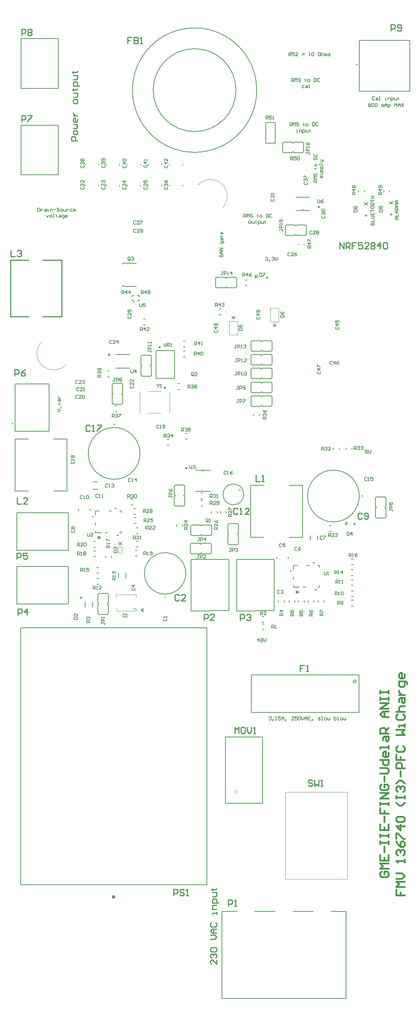
<source format=gto>
G04*
G04 #@! TF.GenerationSoftware,Altium Limited,Altium Designer,21.0.9 (235)*
G04*
G04 Layer_Color=65535*
%FSLAX24Y24*%
%MOIN*%
G70*
G04*
G04 #@! TF.SameCoordinates,2D4ACE21-508C-4F28-9509-530EA4604CDE*
G04*
G04*
G04 #@! TF.FilePolarity,Positive*
G04*
G01*
G75*
%ADD10C,0.0079*%
%ADD11C,0.0050*%
%ADD12C,0.0079*%
%ADD13C,0.0039*%
%ADD14C,0.0000*%
%ADD15C,0.0118*%
%ADD16C,0.0120*%
%ADD17C,0.0157*%
%ADD18C,0.0039*%
%ADD19C,0.0060*%
%ADD20C,0.0060*%
%ADD21C,0.0020*%
%ADD22C,0.0010*%
%ADD23C,0.0100*%
%ADD24C,0.0070*%
%ADD25C,0.0059*%
%ADD26C,0.0091*%
G36*
X16411Y50075D02*
X16561D01*
Y50175D01*
X16411D01*
Y50075D01*
D01*
D02*
G37*
G36*
X14180Y51817D02*
X14080D01*
Y51967D01*
X14180D01*
Y51817D01*
D01*
D02*
G37*
G36*
X16214Y52725D02*
X16364D01*
Y52625D01*
X16214D01*
Y52725D01*
D01*
D02*
G37*
G36*
X33012Y46649D02*
X32912D01*
Y46799D01*
X33012D01*
Y46649D01*
D01*
D02*
G37*
G36*
X35243Y44907D02*
X35393D01*
Y45006D01*
X35243D01*
Y44907D01*
D01*
D02*
G37*
G36*
X35047Y47557D02*
X35196D01*
Y47456D01*
X35047D01*
Y47557D01*
D01*
D02*
G37*
D10*
X21039Y44216D02*
G03*
X21039Y44216I-39J0D01*
G01*
X16189Y60650D02*
G03*
X16189Y60650I-39J0D01*
G01*
X39795Y53850D02*
G03*
X39795Y53850I-39J0D01*
G01*
D11*
X22968Y46500D02*
G03*
X22968Y46500I-1969J0D01*
G01*
X29706Y92400D02*
G03*
X29706Y92400I-5906J0D01*
G01*
X27737D02*
G03*
X27737Y92400I-3937J0D01*
G01*
X18611Y57894D02*
G03*
X18611Y57894I-2461J0D01*
G01*
X39461Y53850D02*
G03*
X39461Y53850I-2461J0D01*
G01*
X28474Y54000D02*
G03*
X28474Y54000I-984J0D01*
G01*
X39157Y36241D02*
G03*
X39157Y36241I-142J0D01*
G01*
X38205Y6132D02*
Y14400D01*
X26395Y6132D02*
X38205D01*
X26395D02*
Y14400D01*
X6900Y52250D02*
X11787D01*
X11800Y48678D01*
X6900D02*
Y52250D01*
Y48678D02*
X11800D01*
X6900Y47150D02*
X11787D01*
X11800Y43578D01*
X6900D02*
Y47150D01*
Y43578D02*
X11800D01*
X6726Y59982D02*
X9954D01*
X6726D02*
Y64478D01*
X9954D01*
Y59982D02*
Y64478D01*
X26806Y52223D02*
Y52397D01*
X26254Y52223D02*
Y52397D01*
X25956Y52213D02*
Y52387D01*
X25404Y52213D02*
Y52387D01*
X17400Y85291D02*
Y85409D01*
X18660Y85291D02*
Y85409D01*
X33652Y77721D02*
Y77799D01*
X34188Y77721D02*
Y77799D01*
X39470Y92307D02*
Y94708D01*
Y97110D01*
X44273D01*
Y92307D02*
Y97110D01*
X39470Y92307D02*
X44273D01*
X7288Y84350D02*
Y89075D01*
Y84350D02*
X10832D01*
Y89075D01*
X7288D02*
X10832D01*
X7288Y92560D02*
Y97285D01*
Y92560D02*
X10832D01*
Y97285D01*
X7288D02*
X10832D01*
X13400Y85291D02*
Y85409D01*
X14660Y85291D02*
Y85409D01*
X13400Y83291D02*
Y83409D01*
X14660Y83291D02*
Y83409D01*
X26143Y71074D02*
X26317D01*
X26143Y71626D02*
X26317D01*
X24393Y53604D02*
X24567D01*
X24393Y54156D02*
X24567D01*
X21895Y65010D02*
Y67652D01*
X20123Y65010D02*
X21895D01*
X20123D02*
Y67652D01*
X21895D01*
X22932Y59796D02*
X23105D01*
X22932Y59245D02*
X23105D01*
X21215Y58684D02*
X21381D01*
X21215Y59236D02*
X21381D01*
X37014Y58243D02*
Y58417D01*
X37566Y58243D02*
Y58417D01*
X38712Y47865D02*
X38886D01*
X38712Y47314D02*
X38886D01*
X17747Y53556D02*
X17920D01*
X17747Y53004D02*
X17920D01*
X15354Y47993D02*
Y48167D01*
X15906Y47993D02*
Y48167D01*
X17266Y46048D02*
Y46552D01*
X16574Y46048D02*
Y46552D01*
X30220Y42396D02*
X30393D01*
X30220Y41844D02*
X30393D01*
X30220Y41144D02*
X30393D01*
X30220Y41696D02*
X30393D01*
X29404Y61460D02*
Y61633D01*
X29956Y61460D02*
Y61633D01*
X17876Y72892D02*
X18042D01*
X17876Y72765D02*
Y72892D01*
Y72384D02*
X18042D01*
X17876D02*
Y72511D01*
X18375Y72384D02*
X18541D01*
Y72511D01*
X18375Y72892D02*
X18541D01*
Y72765D02*
Y72892D01*
X10405Y54339D02*
X11665D01*
X10405Y59261D02*
X11665D01*
X6744D02*
X8004D01*
X6744Y54339D02*
X8004D01*
X11665D02*
Y59261D01*
X6744Y54339D02*
Y59261D01*
X32801Y49930D02*
X34061D01*
X32801Y54851D02*
X34061D01*
X29139D02*
X30399D01*
X29139Y49930D02*
X30399D01*
X34061D02*
Y54851D01*
X29139Y49930D02*
Y54851D01*
X7260Y16929D02*
X24961D01*
Y41331D01*
X7260D02*
X24961D01*
X7260Y16929D02*
Y41331D01*
X18933Y70094D02*
X19107D01*
X18933Y70646D02*
X19107D01*
X16952Y75847D02*
Y75965D01*
X18251D01*
X16952Y73761D02*
X18251D01*
X16952D02*
Y73879D01*
X42336Y82717D02*
Y82883D01*
X41784Y82717D02*
Y82883D01*
X39950Y82717D02*
Y82883D01*
X39399Y82717D02*
Y82883D01*
X21400Y85291D02*
Y85409D01*
X22660Y85291D02*
Y85409D01*
X19400Y85291D02*
Y85409D01*
X20660Y85291D02*
Y85409D01*
X16660Y85291D02*
Y85409D01*
X15400Y85291D02*
Y85409D01*
X21400Y83291D02*
Y83409D01*
X22660Y83291D02*
Y83409D01*
X19400Y83291D02*
Y83409D01*
X20660Y83291D02*
Y83409D01*
X18660Y83291D02*
Y83409D01*
X17400Y83291D02*
Y83409D01*
X16660Y83291D02*
Y83409D01*
X15400Y83291D02*
Y83409D01*
X28647Y74366D02*
X28813D01*
X28647Y73814D02*
X28813D01*
X38756Y58243D02*
Y58417D01*
X38204Y58243D02*
Y58417D01*
X22738Y67626D02*
X22912D01*
X22738Y67074D02*
X22912D01*
X22738Y68576D02*
X22912D01*
X22738Y68024D02*
X22912D01*
X22213Y64526D02*
X22387D01*
X22213Y63974D02*
X22387D01*
X15537Y65726D02*
X15703D01*
X15537Y65174D02*
X15703D01*
X35494Y49675D02*
Y50085D01*
X34786Y49675D02*
Y50085D01*
X36603Y50489D02*
X36777D01*
X36603Y51040D02*
X36777D01*
X38703Y46304D02*
X38877D01*
X38703Y46856D02*
X38877D01*
X35544Y43743D02*
Y43917D01*
X36096Y43743D02*
Y43917D01*
X34584Y43743D02*
Y43917D01*
X35136Y43743D02*
Y43917D01*
X34216Y43743D02*
Y43917D01*
X33664Y43743D02*
Y43917D01*
X24393Y53456D02*
X24567D01*
X24393Y52904D02*
X24567D01*
X22666Y50973D02*
Y51147D01*
X22114Y50973D02*
Y51147D01*
X13866Y52459D02*
Y52641D01*
X12764Y52459D02*
Y52641D01*
X14207Y48967D02*
X14380D01*
X14207Y49518D02*
X14380D01*
X14213Y48642D02*
X14387D01*
X14213Y48091D02*
X14387D01*
X14096Y43298D02*
Y43802D01*
X13404Y43298D02*
Y43802D01*
X31360Y42943D02*
Y47830D01*
X27788Y42930D02*
X31360Y42943D01*
X27788Y47830D02*
X31360D01*
X27788Y42930D02*
Y47830D01*
X27050Y42943D02*
Y47830D01*
X23478Y42930D02*
X27050Y42943D01*
X23478Y47830D02*
X27050D01*
X23478Y42930D02*
Y47830D01*
X29212Y36852D02*
X39448D01*
X29212Y33308D02*
X39448D01*
X29212D02*
Y36852D01*
X39448Y33308D02*
Y36852D01*
X26728Y24674D02*
X30272D01*
X26728Y30973D02*
X30272D01*
Y24674D02*
Y30973D01*
X26728Y24674D02*
Y30973D01*
X14513Y45474D02*
X14687D01*
X14513Y46026D02*
X14687D01*
X14507Y47076D02*
X14680D01*
X14507Y46524D02*
X14680D01*
X14145Y54488D02*
X14555D01*
X14145Y55197D02*
X14555D01*
X18158Y48700D02*
X18324D01*
X18158Y48149D02*
X18324D01*
X18253Y49024D02*
X18427D01*
X18253Y49576D02*
X18427D01*
X18263Y50274D02*
X18437D01*
X18263Y50826D02*
X18437D01*
X32316Y43743D02*
Y43917D01*
X31764Y43743D02*
Y43917D01*
X32789Y43762D02*
Y43935D01*
X33340Y43762D02*
Y43935D01*
X38710Y43404D02*
X38883D01*
X38710Y43956D02*
X38883D01*
X38710Y44280D02*
X38883D01*
X38710Y44831D02*
X38883D01*
X38703Y45354D02*
X38877D01*
X38703Y45906D02*
X38877D01*
X16260Y61864D02*
X16433D01*
X16260Y62416D02*
X16433D01*
X31595Y47909D02*
Y48091D01*
X32698Y47909D02*
Y48091D01*
X18063Y51249D02*
X18237D01*
X18063Y51800D02*
X18237D01*
X18013Y52124D02*
X18187D01*
X18013Y52676D02*
X18187D01*
D12*
X6529Y60730D02*
G03*
X6529Y60730I-39J0D01*
G01*
X39273Y94826D02*
G03*
X39273Y94826I-39J0D01*
G01*
X18091Y72267D02*
G03*
X18091Y72267I-39J0D01*
G01*
X30570Y87360D02*
X31085D01*
X30570D02*
Y89340D01*
X31480D01*
Y87360D02*
Y89340D01*
X31085Y87360D02*
X31480D01*
D13*
X26457Y81214D02*
G03*
X24133Y83385I-1147J1102D01*
G01*
X9258Y68512D02*
G03*
X11582Y66341I1147J-1102D01*
G01*
X38338Y17466D02*
Y25734D01*
X32433Y17466D02*
Y25734D01*
Y17466D02*
X38338D01*
X32433Y25734D02*
X38338D01*
D14*
X24480Y56300D02*
G03*
X24720Y56300I120J0D01*
G01*
X34220Y80970D02*
G03*
X33980Y80970I-120J0D01*
G01*
X28140Y54400D02*
G03*
X28140Y54400I-100J0D01*
G01*
X18158Y43129D02*
G03*
X18158Y43129I-71J0D01*
G01*
X27852Y25737D02*
G03*
X27852Y25737I-120J0D01*
G01*
X16367Y44487D02*
X18233D01*
X16367Y42913D02*
X18233D01*
D15*
X20525Y67984D02*
G03*
X20525Y67984I-39J0D01*
G01*
D16*
X15730Y67270D02*
G03*
X15730Y67270I-50J0D01*
G01*
X35650Y81300D02*
G03*
X35650Y81300I-50J0D01*
G01*
X23050Y56500D02*
G03*
X23050Y56500I-50J0D01*
G01*
X21034Y64136D02*
G03*
X21034Y64136I-50J0D01*
G01*
D17*
X16173Y15768D02*
G03*
X16173Y15768I-79J0D01*
G01*
X41577Y18182D02*
X41445Y18051D01*
Y17789D01*
X41577Y17657D01*
X42101D01*
X42233Y17789D01*
Y18051D01*
X42101Y18182D01*
X41839D01*
Y17920D01*
X42233Y18445D02*
X41445D01*
X41708Y18707D01*
X41445Y18969D01*
X42233D01*
X41445Y19757D02*
Y19232D01*
X42233D01*
Y19757D01*
X41839Y19232D02*
Y19494D01*
Y20019D02*
Y20544D01*
X41445Y20806D02*
Y21068D01*
Y20937D01*
X42233D01*
Y20806D01*
Y21068D01*
X41445Y21462D02*
Y21724D01*
Y21593D01*
X42233D01*
Y21462D01*
Y21724D01*
X41445Y22643D02*
Y22118D01*
X42233D01*
Y22643D01*
X41839Y22118D02*
Y22380D01*
Y22905D02*
Y23430D01*
X41445Y24217D02*
Y23692D01*
X41839D01*
Y23955D01*
Y23692D01*
X42233D01*
X41445Y24479D02*
Y24742D01*
Y24611D01*
X42233D01*
Y24479D01*
Y24742D01*
Y25135D02*
X41445D01*
X42233Y25660D01*
X41445D01*
X41577Y26447D02*
X41445Y26316D01*
Y26054D01*
X41577Y25923D01*
X42101D01*
X42233Y26054D01*
Y26316D01*
X42101Y26447D01*
X41839D01*
Y26185D01*
Y26710D02*
Y27234D01*
X41445Y27497D02*
X42101D01*
X42233Y27628D01*
Y27890D01*
X42101Y28022D01*
X41445D01*
Y28809D02*
X42233D01*
Y28415D01*
X42101Y28284D01*
X41839D01*
X41708Y28415D01*
Y28809D01*
X42233Y29465D02*
Y29202D01*
X42101Y29071D01*
X41839D01*
X41708Y29202D01*
Y29465D01*
X41839Y29596D01*
X41970D01*
Y29071D01*
X42233Y29858D02*
Y30121D01*
Y29989D01*
X41445D01*
Y29858D01*
X41708Y30645D02*
Y30908D01*
X41839Y31039D01*
X42233D01*
Y30645D01*
X42101Y30514D01*
X41970Y30645D01*
Y31039D01*
X42233Y31301D02*
X41445D01*
Y31695D01*
X41577Y31826D01*
X41839D01*
X41970Y31695D01*
Y31301D01*
Y31564D02*
X42233Y31826D01*
Y32876D02*
X41708D01*
X41445Y33138D01*
X41708Y33400D01*
X42233D01*
X41839D01*
Y32876D01*
X42233Y33663D02*
X41445D01*
X42233Y34188D01*
X41445D01*
Y34450D02*
Y34712D01*
Y34581D01*
X42233D01*
Y34450D01*
Y34712D01*
X41445Y35106D02*
Y35368D01*
Y35237D01*
X42233D01*
Y35106D01*
Y35368D01*
X42963Y16452D02*
Y15927D01*
X43357D01*
Y16190D01*
Y15927D01*
X43750D01*
Y16715D02*
X42963D01*
X43225Y16977D01*
X42963Y17239D01*
X43750D01*
X42963Y17502D02*
X43488D01*
X43750Y17764D01*
X43488Y18027D01*
X42963D01*
X43750Y19076D02*
Y19338D01*
Y19207D01*
X42963D01*
X43094Y19076D01*
Y19732D02*
X42963Y19863D01*
Y20126D01*
X43094Y20257D01*
X43225D01*
X43357Y20126D01*
Y19994D01*
Y20126D01*
X43488Y20257D01*
X43619D01*
X43750Y20126D01*
Y19863D01*
X43619Y19732D01*
X42963Y21044D02*
X43094Y20782D01*
X43357Y20519D01*
X43619D01*
X43750Y20650D01*
Y20913D01*
X43619Y21044D01*
X43488D01*
X43357Y20913D01*
Y20519D01*
X42963Y21306D02*
Y21831D01*
X43094D01*
X43619Y21306D01*
X43750D01*
Y22487D02*
X42963D01*
X43357Y22093D01*
Y22618D01*
X43094Y22881D02*
X42963Y23012D01*
Y23274D01*
X43094Y23405D01*
X43619D01*
X43750Y23274D01*
Y23012D01*
X43619Y22881D01*
X43094D01*
X43750Y24717D02*
X43488Y24455D01*
X43225D01*
X42963Y24717D01*
Y25111D02*
Y25373D01*
Y25242D01*
X43750D01*
Y25111D01*
Y25373D01*
X43094Y25767D02*
X42963Y25898D01*
Y26160D01*
X43094Y26292D01*
X43225D01*
X43357Y26160D01*
Y26029D01*
Y26160D01*
X43488Y26292D01*
X43619D01*
X43750Y26160D01*
Y25898D01*
X43619Y25767D01*
X43750Y26554D02*
X43488Y26816D01*
X43225D01*
X42963Y26554D01*
X43357Y27210D02*
Y27735D01*
X43750Y27997D02*
X42963D01*
Y28391D01*
X43094Y28522D01*
X43357D01*
X43488Y28391D01*
Y27997D01*
X42963Y29309D02*
Y28784D01*
X43357D01*
Y29047D01*
Y28784D01*
X43750D01*
X43094Y30096D02*
X42963Y29965D01*
Y29703D01*
X43094Y29571D01*
X43619D01*
X43750Y29703D01*
Y29965D01*
X43619Y30096D01*
X42963Y31146D02*
X43750D01*
X43488Y31408D01*
X43750Y31670D01*
X42963D01*
X43750Y31933D02*
Y32195D01*
Y32064D01*
X43225D01*
Y31933D01*
X43094Y33114D02*
X42963Y32982D01*
Y32720D01*
X43094Y32589D01*
X43619D01*
X43750Y32720D01*
Y32982D01*
X43619Y33114D01*
X42963Y33376D02*
X43750D01*
X43357D01*
X43225Y33507D01*
Y33770D01*
X43357Y33901D01*
X43750D01*
X43225Y34294D02*
Y34557D01*
X43357Y34688D01*
X43750D01*
Y34294D01*
X43619Y34163D01*
X43488Y34294D01*
Y34688D01*
X43225Y34950D02*
X43750D01*
X43488D01*
X43357Y35081D01*
X43225Y35213D01*
Y35344D01*
X44013Y36000D02*
Y36131D01*
X43881Y36262D01*
X43225D01*
Y35869D01*
X43357Y35737D01*
X43619D01*
X43750Y35869D01*
Y36262D01*
Y36918D02*
Y36656D01*
X43619Y36525D01*
X43357D01*
X43225Y36656D01*
Y36918D01*
X43357Y37049D01*
X43488D01*
Y36525D01*
D18*
X20945Y64136D02*
G03*
X20984Y64136I20J0D01*
G01*
D02*
G03*
X20945Y64136I-20J0D01*
G01*
X19409Y61734D02*
X20591D01*
X18583Y61773D02*
Y63781D01*
X21417Y61773D02*
Y63742D01*
X19409Y63781D02*
X20591D01*
D19*
X36750Y14400D02*
X38150D01*
X33150D02*
X35050D01*
X29500D02*
X31450D01*
X26400D02*
X27850D01*
D20*
X31070Y68600D02*
X31170Y68500D01*
X29170D02*
X29270Y68600D01*
X30070D02*
X30170Y68500D01*
X30270Y68600D01*
X29270D02*
X30070D01*
X30270D02*
X31070D01*
X31170Y67700D02*
Y68500D01*
X31070Y67600D02*
X31170Y67700D01*
X29170D02*
X29270Y67600D01*
X30070D02*
X30170Y67700D01*
X30270Y67600D01*
X29270D02*
X30070D01*
X30270D02*
X31070D01*
X29170Y67700D02*
Y68500D01*
X31070Y67290D02*
X31170Y67190D01*
X29170D02*
X29270Y67290D01*
X30070D02*
X30170Y67190D01*
X30270Y67290D01*
X29270D02*
X30070D01*
X30270D02*
X31070D01*
X31170Y66390D02*
Y67190D01*
X31070Y66290D02*
X31170Y66390D01*
X29170D02*
X29270Y66290D01*
X30070D02*
X30170Y66390D01*
X30270Y66290D01*
X29270D02*
X30070D01*
X30270D02*
X31070D01*
X29170Y66390D02*
Y67190D01*
X31070Y65980D02*
X31170Y65880D01*
X29170D02*
X29270Y65980D01*
X30070D02*
X30170Y65880D01*
X30270Y65980D01*
X29270D02*
X30070D01*
X30270D02*
X31070D01*
X31170Y65080D02*
Y65880D01*
X31070Y64980D02*
X31170Y65080D01*
X29170D02*
X29270Y64980D01*
X30070D02*
X30170Y65080D01*
X30270Y64980D01*
X29270D02*
X30070D01*
X30270D02*
X31070D01*
X29170Y65080D02*
Y65880D01*
X29160Y63770D02*
Y64570D01*
X30260Y63670D02*
X31060D01*
X29260D02*
X30060D01*
X30160Y63770D02*
X30260Y63670D01*
X30060D02*
X30160Y63770D01*
X29160D02*
X29260Y63670D01*
X31060D02*
X31160Y63770D01*
Y64570D01*
X30260Y64670D02*
X31060D01*
X29260D02*
X30060D01*
X30160Y64570D02*
X30260Y64670D01*
X30060D02*
X30160Y64570D01*
X29160D02*
X29260Y64670D01*
X31060D02*
X31160Y64570D01*
X31060Y63360D02*
X31160Y63260D01*
X29160D02*
X29260Y63360D01*
X30060D02*
X30160Y63260D01*
X30260Y63360D01*
X29260D02*
X30060D01*
X30260D02*
X31060D01*
X31160Y62460D02*
Y63260D01*
X31060Y62360D02*
X31160Y62460D01*
X29160D02*
X29260Y62360D01*
X30060D02*
X30160Y62460D01*
X30260Y62360D01*
X29260D02*
X30060D01*
X30260D02*
X31060D01*
X29160Y62460D02*
Y63260D01*
X23900Y56300D02*
X24480D01*
X24720D01*
X25300D01*
X23900Y54300D02*
X25300D01*
X27050Y49210D02*
X27850D01*
X27950Y50310D02*
Y51110D01*
Y49310D02*
Y50110D01*
X27850Y50210D02*
X27950Y50310D01*
X27850Y50210D02*
X27950Y50110D01*
X27850Y49210D02*
X27950Y49310D01*
X27850Y51210D02*
X27950Y51110D01*
X27050Y51210D02*
X27850D01*
X26950Y50310D02*
Y51110D01*
Y49310D02*
Y50110D01*
Y50310D02*
X27050Y50210D01*
X26950Y50110D02*
X27050Y50210D01*
X26950Y49310D02*
X27050Y49210D01*
X26950Y51110D02*
X27050Y51210D01*
X16300Y65984D02*
X17620D01*
X16300Y67304D02*
X17620D01*
X27700Y74610D02*
X27800Y74510D01*
X25800D02*
X25900Y74610D01*
X26700D02*
X26800Y74510D01*
X26900Y74610D01*
X25900D02*
X26700D01*
X26900D02*
X27700D01*
X27800Y73710D02*
Y74510D01*
X27700Y73610D02*
X27800Y73710D01*
X25800D02*
X25900Y73610D01*
X26700D02*
X26800Y73710D01*
X26900Y73610D01*
X25900D02*
X26700D01*
X26900D02*
X27700D01*
X25800Y73710D02*
Y74510D01*
X34070Y87460D02*
X34170Y87360D01*
X32170D02*
X32270Y87460D01*
X33070D02*
X33170Y87360D01*
X33270Y87460D01*
X32270D02*
X33070D01*
X33270D02*
X34070D01*
X34170Y86560D02*
Y87360D01*
X34070Y86460D02*
X34170Y86560D01*
X32170D02*
X32270Y86460D01*
X33070D02*
X33170Y86560D01*
X33270Y86460D01*
X32270D02*
X33070D01*
X33270D02*
X34070D01*
X32170Y86560D02*
Y87360D01*
X32437Y78700D02*
X32537Y78600D01*
X34337D02*
X34437Y78700D01*
X33437D02*
X33537Y78600D01*
X33337D02*
X33437Y78700D01*
X33537Y78600D02*
X34337D01*
X32537D02*
X33337D01*
X32437Y78700D02*
Y79500D01*
X32537Y79600D01*
X34337D02*
X34437Y79500D01*
X33437D02*
X33537Y79600D01*
X33337D02*
X33437Y79500D01*
X33537Y79600D02*
X34337D01*
X32537D02*
X33337D01*
X34437Y78700D02*
Y79500D01*
X19590Y65230D02*
X19690Y65330D01*
X19590Y67230D02*
X19690Y67130D01*
X19590Y66230D02*
X19690Y66330D01*
X19590Y66230D02*
X19690Y66130D01*
Y66330D02*
Y67130D01*
Y65330D02*
Y66130D01*
X18790Y65230D02*
X19590D01*
X18690Y65330D02*
X18790Y65230D01*
X18690Y67130D02*
X18790Y67230D01*
X18690Y66330D02*
X18790Y66230D01*
X18690Y66130D02*
X18790Y66230D01*
X18690Y66330D02*
Y67130D01*
Y65330D02*
Y66130D01*
X18790Y67230D02*
X19590D01*
X16860Y62560D02*
X16960Y62660D01*
X16860Y64560D02*
X16960Y64460D01*
X16860Y63560D02*
X16960Y63660D01*
X16860Y63560D02*
X16960Y63460D01*
Y63660D02*
Y64460D01*
Y62660D02*
Y63460D01*
X16060Y62560D02*
X16860D01*
X15960Y62660D02*
X16060Y62560D01*
X15960Y64460D02*
X16060Y64560D01*
X15960Y63660D02*
X16060Y63560D01*
X15960Y63460D02*
X16060Y63560D01*
X15960Y63660D02*
Y64460D01*
Y62660D02*
Y63460D01*
X16060Y64560D02*
X16860D01*
X41910Y51770D02*
X42010Y51870D01*
X41910Y53770D02*
X42010Y53670D01*
X41910Y52770D02*
X42010Y52870D01*
X41910Y52770D02*
X42010Y52670D01*
Y52870D02*
Y53670D01*
Y51870D02*
Y52670D01*
X41110Y51770D02*
X41910D01*
X41010Y51870D02*
X41110Y51770D01*
X41010Y53670D02*
X41110Y53770D01*
X41010Y52870D02*
X41110Y52770D01*
X41010Y52670D02*
X41110Y52770D01*
X41010Y52870D02*
Y53670D01*
Y51870D02*
Y52670D01*
X41110Y53770D02*
X41910D01*
X25336Y51089D02*
X25436Y50989D01*
X23436D02*
X23536Y51089D01*
X24336D02*
X24436Y50989D01*
X24536Y51089D01*
X23536D02*
X24336D01*
X24536D02*
X25336D01*
X25436Y50189D02*
Y50989D01*
X25336Y50089D02*
X25436Y50189D01*
X23436D02*
X23536Y50089D01*
X24336D02*
X24436Y50189D01*
X24536Y50089D01*
X23536D02*
X24336D01*
X24536D02*
X25336D01*
X23436Y50189D02*
Y50989D01*
X23400Y48470D02*
X23500Y48370D01*
X25300D02*
X25400Y48470D01*
X24400D02*
X24500Y48370D01*
X24300D02*
X24400Y48470D01*
X24500Y48370D02*
X25300D01*
X23500D02*
X24300D01*
X23400Y48470D02*
Y49270D01*
X23500Y49370D01*
X25300D02*
X25400Y49270D01*
X24400D02*
X24500Y49370D01*
X24300D02*
X24400Y49270D01*
X24500Y49370D02*
X25300D01*
X23500D02*
X24300D01*
X25400Y48470D02*
Y49270D01*
X21850Y54784D02*
X21950Y54884D01*
X21850Y52984D02*
X21950Y52884D01*
X21850Y53784D02*
X21950Y53884D01*
X21850Y53984D02*
X21950Y53884D01*
X21850Y52984D02*
Y53784D01*
Y53984D02*
Y54784D01*
X21950Y54884D02*
X22750D01*
X22850Y54784D01*
X22750Y52884D02*
X22850Y52984D01*
X22750Y53884D02*
X22850Y53784D01*
X22750Y53884D02*
X22850Y53984D01*
Y52984D02*
Y53784D01*
Y53984D02*
Y54784D01*
X21950Y52884D02*
X22750D01*
X14600Y44500D02*
X14700Y44600D01*
X14600Y42700D02*
X14700Y42600D01*
X14600Y43500D02*
X14700Y43600D01*
X14600Y43700D02*
X14700Y43600D01*
X14600Y42700D02*
Y43500D01*
Y43700D02*
Y44500D01*
X14700Y44600D02*
X15500D01*
X15600Y44500D01*
X15500Y42600D02*
X15600Y42700D01*
X15500Y43600D02*
X15600Y43500D01*
X15500Y43600D02*
X15600Y43700D01*
Y42700D02*
Y43500D01*
Y43700D02*
Y44500D01*
X14700Y42600D02*
X15500D01*
X33470Y82230D02*
X34730D01*
X33470Y80970D02*
X33980D01*
X34220D01*
X34730D01*
X33202Y45922D02*
Y46151D01*
Y45191D02*
X33762D01*
X33202Y46901D02*
Y47271D01*
X33562D01*
X33202Y45191D02*
Y45361D01*
X34122Y45191D02*
X34352D01*
X34512Y47271D02*
X34742D01*
X35502D02*
X35662D01*
Y47101D02*
Y47271D01*
Y45191D02*
Y45361D01*
X35502Y45191D02*
X35662D01*
X14370Y51090D02*
Y51320D01*
Y50360D02*
X14930D01*
X14370Y52070D02*
Y52440D01*
X14730D01*
X14370Y50360D02*
Y50530D01*
X15290Y50360D02*
X15520D01*
X15680Y52440D02*
X15910D01*
X16670D02*
X16830D01*
Y52270D02*
Y52440D01*
Y50360D02*
Y50530D01*
X16670Y50360D02*
X16830D01*
D21*
X16580Y48440D02*
X16900D01*
X16580Y49040D02*
X16900D01*
X16580Y48440D02*
Y49040D01*
X16900Y48440D02*
Y49040D01*
X16335Y44487D02*
X18225D01*
X16335Y44192D02*
Y44487D01*
X18225Y44192D02*
Y44487D01*
Y42913D02*
Y43208D01*
X16355Y42913D02*
X18225D01*
X16355D02*
Y43208D01*
D22*
X27900Y69150D02*
Y70460D01*
X27100Y69150D02*
X27560D01*
X27100D02*
Y70460D01*
X27900D01*
X27560Y69150D02*
X27900D01*
X31000Y70380D02*
Y71690D01*
X31340D02*
X31800D01*
Y70380D02*
Y71690D01*
X31000Y70380D02*
X31800D01*
X31000Y71690D02*
X31340D01*
D23*
X9350Y76250D02*
X11150D01*
Y70900D02*
Y76250D01*
X9350Y70900D02*
X11150D01*
X6300D02*
X8000D01*
X6300Y76250D02*
X8000D01*
X6300Y70900D02*
Y76250D01*
D24*
X39000Y51100D02*
Y51300D01*
X38900Y51200D02*
X39100D01*
X30700Y74500D02*
Y74700D01*
X30600Y74600D02*
X30800D01*
X42410Y80600D02*
X42610D01*
X40000Y80500D02*
X40200D01*
X40100Y80400D02*
Y80600D01*
X42510Y80500D02*
Y80700D01*
X12900Y44200D02*
X13100D01*
X13000Y44100D02*
Y44300D01*
D25*
X43181Y80109D02*
X42971D01*
X42866Y80214D01*
X42971Y80319D01*
X43181D01*
X43024D01*
Y80109D01*
X42866Y80424D02*
X43181D01*
Y80634D01*
Y80739D02*
X42971D01*
X42866Y80844D01*
X42971Y80949D01*
X43181D01*
X43024D01*
Y80739D01*
X43181Y81054D02*
X42866D01*
Y81211D01*
X42919Y81264D01*
X43024D01*
X43076Y81211D01*
Y81054D01*
Y81159D02*
X43181Y81264D01*
Y81368D02*
X42866D01*
X42971Y81473D01*
X42866Y81578D01*
X43181D01*
Y81683D02*
X42971D01*
X42866Y81788D01*
X42971Y81893D01*
X43181D01*
X43024D01*
Y81683D01*
X40566Y79599D02*
X40881D01*
Y79756D01*
X40828Y79809D01*
X40776D01*
X40724Y79756D01*
Y79599D01*
Y79756D01*
X40671Y79809D01*
X40619D01*
X40566Y79756D01*
Y79599D01*
Y79914D02*
X40881D01*
Y80124D01*
X40566Y80229D02*
X40828D01*
X40881Y80281D01*
Y80386D01*
X40828Y80439D01*
X40566D01*
Y80754D02*
Y80544D01*
X40881D01*
Y80754D01*
X40724Y80544D02*
Y80649D01*
X40566Y80858D02*
Y81068D01*
Y80963D01*
X40881D01*
X40566Y81331D02*
Y81226D01*
X40619Y81173D01*
X40828D01*
X40881Y81226D01*
Y81331D01*
X40828Y81383D01*
X40619D01*
X40566Y81331D01*
Y81646D02*
Y81541D01*
X40619Y81488D01*
X40828D01*
X40881Y81541D01*
Y81646D01*
X40828Y81698D01*
X40619D01*
X40566Y81646D01*
Y81803D02*
Y82013D01*
Y81908D01*
X40881D01*
X40566Y82118D02*
X40881D01*
X40724D01*
Y82328D01*
X40566D01*
X40881D01*
X29745Y70860D02*
X29693Y70808D01*
Y70703D01*
X29745Y70650D01*
X29955D01*
X30007Y70703D01*
Y70808D01*
X29955Y70860D01*
X30007Y71122D02*
X29693D01*
X29850Y70965D01*
Y71175D01*
X29955Y71280D02*
X30007Y71332D01*
Y71437D01*
X29955Y71490D01*
X29745D01*
X29693Y71437D01*
Y71332D01*
X29745Y71280D01*
X29798D01*
X29850Y71332D01*
Y71490D01*
X25725Y69590D02*
X25673Y69538D01*
Y69433D01*
X25725Y69380D01*
X25935D01*
X25987Y69433D01*
Y69538D01*
X25935Y69590D01*
X25987Y69852D02*
X25673D01*
X25830Y69695D01*
Y69905D01*
X25725Y70010D02*
X25673Y70062D01*
Y70167D01*
X25725Y70220D01*
X25778D01*
X25830Y70167D01*
X25882Y70220D01*
X25935D01*
X25987Y70167D01*
Y70062D01*
X25935Y70010D01*
X25882D01*
X25830Y70062D01*
X25778Y70010D01*
X25725D01*
X25830Y70062D02*
Y70167D01*
X35515Y65670D02*
X35463Y65618D01*
Y65513D01*
X35515Y65460D01*
X35725D01*
X35777Y65513D01*
Y65618D01*
X35725Y65670D01*
X35777Y65932D02*
X35463D01*
X35620Y65775D01*
Y65985D01*
X35463Y66090D02*
Y66300D01*
X35515D01*
X35725Y66090D01*
X35777D01*
X36890Y66605D02*
X36838Y66657D01*
X36733D01*
X36680Y66605D01*
Y66395D01*
X36733Y66343D01*
X36838D01*
X36890Y66395D01*
X37152Y66343D02*
Y66657D01*
X36995Y66500D01*
X37205D01*
X37520Y66657D02*
X37415Y66605D01*
X37310Y66500D01*
Y66395D01*
X37362Y66343D01*
X37467D01*
X37520Y66395D01*
Y66448D01*
X37467Y66500D01*
X37310D01*
X37255Y69900D02*
X37203Y69848D01*
Y69743D01*
X37255Y69690D01*
X37465D01*
X37517Y69743D01*
Y69848D01*
X37465Y69900D01*
X37517Y70162D02*
X37203D01*
X37360Y70005D01*
Y70215D01*
X37203Y70530D02*
Y70320D01*
X37360D01*
X37308Y70425D01*
Y70477D01*
X37360Y70530D01*
X37465D01*
X37517Y70477D01*
Y70372D01*
X37465Y70320D01*
X34039Y95758D02*
X34249D01*
X34039Y95862D02*
X34249D01*
X34669Y95653D02*
X34774D01*
X34721D01*
Y95967D01*
X34669Y95915D01*
X34931D02*
X34984Y95967D01*
X35089D01*
X35141Y95915D01*
Y95705D01*
X35089Y95653D01*
X34984D01*
X34931Y95705D01*
Y95915D01*
X35718Y95967D02*
X35613D01*
X35561Y95915D01*
Y95705D01*
X35613Y95653D01*
X35718D01*
X35771Y95705D01*
Y95915D01*
X35718Y95967D01*
X35876D02*
Y95653D01*
Y95810D01*
X35928Y95862D01*
X36033D01*
X36086Y95810D01*
Y95653D01*
X36191D02*
Y95862D01*
X36243D01*
X36296Y95810D01*
Y95653D01*
Y95810D01*
X36348Y95862D01*
X36400Y95810D01*
Y95653D01*
X36505D02*
X36663D01*
X36715Y95705D01*
X36663Y95758D01*
X36558D01*
X36505Y95810D01*
X36558Y95862D01*
X36715D01*
X33021Y93201D02*
Y93516D01*
X33179D01*
X33231Y93463D01*
Y93358D01*
X33179Y93306D01*
X33021D01*
X33126D02*
X33231Y93201D01*
X33336D02*
Y93516D01*
X33441Y93411D01*
X33546Y93516D01*
Y93201D01*
X33861Y93463D02*
X33808Y93516D01*
X33703D01*
X33651Y93463D01*
Y93411D01*
X33703Y93358D01*
X33808D01*
X33861Y93306D01*
Y93253D01*
X33808Y93201D01*
X33703D01*
X33651Y93253D01*
X34333Y93463D02*
Y93411D01*
X34281D01*
X34386D01*
X34333D01*
Y93253D01*
X34386Y93201D01*
X34595D02*
X34700D01*
X34753Y93253D01*
Y93358D01*
X34700Y93411D01*
X34595D01*
X34543Y93358D01*
Y93253D01*
X34595Y93201D01*
X35173Y93516D02*
Y93201D01*
X35330D01*
X35383Y93253D01*
Y93463D01*
X35330Y93516D01*
X35173D01*
X35697Y93463D02*
X35645Y93516D01*
X35540D01*
X35488Y93463D01*
Y93253D01*
X35540Y93201D01*
X35645D01*
X35697Y93253D01*
X30879Y32836D02*
X30932Y32889D01*
X31036D01*
X31089Y32836D01*
Y32784D01*
X31036Y32731D01*
X30984D01*
X31036D01*
X31089Y32679D01*
Y32626D01*
X31036Y32574D01*
X30932D01*
X30879Y32626D01*
X31246Y32522D02*
X31299Y32574D01*
Y32626D01*
X31246D01*
Y32574D01*
X31299D01*
X31246Y32522D01*
X31194Y32469D01*
X31509Y32574D02*
X31614D01*
X31561D01*
Y32889D01*
X31509Y32836D01*
X31981Y32889D02*
X31771D01*
Y32731D01*
X31876Y32784D01*
X31929D01*
X31981Y32731D01*
Y32626D01*
X31929Y32574D01*
X31824D01*
X31771Y32626D01*
X32086Y32574D02*
Y32784D01*
X32191Y32889D01*
X32296Y32784D01*
Y32574D01*
Y32731D01*
X32086D01*
X32453Y32522D02*
X32506Y32574D01*
Y32626D01*
X32453D01*
Y32574D01*
X32506D01*
X32453Y32522D01*
X32401Y32469D01*
X33240Y32574D02*
X33031D01*
X33240Y32784D01*
Y32836D01*
X33188Y32889D01*
X33083D01*
X33031Y32836D01*
X33555Y32889D02*
X33345D01*
Y32731D01*
X33450Y32784D01*
X33503D01*
X33555Y32731D01*
Y32626D01*
X33503Y32574D01*
X33398D01*
X33345Y32626D01*
X33660Y32836D02*
X33713Y32889D01*
X33818D01*
X33870Y32836D01*
Y32626D01*
X33818Y32574D01*
X33713D01*
X33660Y32626D01*
Y32836D01*
X33975Y32889D02*
Y32679D01*
X34080Y32574D01*
X34185Y32679D01*
Y32889D01*
X34290Y32574D02*
Y32784D01*
X34395Y32889D01*
X34500Y32784D01*
Y32574D01*
Y32731D01*
X34290D01*
X34815Y32836D02*
X34762Y32889D01*
X34657D01*
X34605Y32836D01*
Y32626D01*
X34657Y32574D01*
X34762D01*
X34815Y32626D01*
X34972Y32522D02*
X35025Y32574D01*
Y32626D01*
X34972D01*
Y32574D01*
X35025D01*
X34972Y32522D01*
X34920Y32469D01*
X35549Y32574D02*
X35707D01*
X35759Y32626D01*
X35707Y32679D01*
X35602D01*
X35549Y32731D01*
X35602Y32784D01*
X35759D01*
X35864Y32574D02*
X35969D01*
X35917D01*
Y32889D01*
X35864D01*
X36179Y32574D02*
X36284D01*
X36337Y32626D01*
Y32731D01*
X36284Y32784D01*
X36179D01*
X36127Y32731D01*
Y32626D01*
X36179Y32574D01*
X36442Y32784D02*
Y32626D01*
X36494Y32574D01*
X36547Y32626D01*
X36599Y32574D01*
X36651Y32626D01*
Y32784D01*
X37071Y32889D02*
Y32574D01*
X37229D01*
X37281Y32626D01*
Y32679D01*
Y32731D01*
X37229Y32784D01*
X37071D01*
X37386Y32574D02*
X37491D01*
X37439D01*
Y32889D01*
X37386D01*
X37701Y32574D02*
X37806D01*
X37858Y32626D01*
Y32731D01*
X37806Y32784D01*
X37701D01*
X37649Y32731D01*
Y32626D01*
X37701Y32574D01*
X37963Y32784D02*
Y32626D01*
X38016Y32574D01*
X38068Y32626D01*
X38121Y32574D01*
X38173Y32626D01*
Y32784D01*
X42336Y81629D02*
X42651D01*
X42546D01*
X42336Y81839D01*
X42494Y81682D01*
X42651Y81839D01*
X39946Y81529D02*
X40261D01*
X40156D01*
X39946Y81739D01*
X40104Y81582D01*
X40261Y81739D01*
X29579Y74874D02*
Y74559D01*
Y74664D01*
X29789Y74874D01*
X29632Y74716D01*
X29789Y74559D01*
X38149Y51394D02*
Y51079D01*
Y51184D01*
X38359Y51394D01*
X38202Y51236D01*
X38359Y51079D01*
X40319Y91086D02*
X40372Y91139D01*
X40476D01*
X40529Y91086D01*
Y91034D01*
X40476Y90981D01*
X40529Y90929D01*
Y90876D01*
X40476Y90824D01*
X40372D01*
X40319Y90876D01*
Y90929D01*
X40372Y90981D01*
X40319Y91034D01*
Y91086D01*
X40372Y90981D02*
X40476D01*
X40634Y91086D02*
X40686Y91139D01*
X40791D01*
X40844Y91086D01*
Y90876D01*
X40791Y90824D01*
X40686D01*
X40634Y90876D01*
Y91086D01*
X40949D02*
X41001Y91139D01*
X41106D01*
X41159Y91086D01*
Y90876D01*
X41106Y90824D01*
X41001D01*
X40949Y90876D01*
Y91086D01*
X41578Y90824D02*
Y91034D01*
X41631D01*
X41683Y90981D01*
Y90824D01*
Y90981D01*
X41736Y91034D01*
X41788Y90981D01*
Y90824D01*
X41893D02*
Y91034D01*
X41998Y91139D01*
X42103Y91034D01*
Y90824D01*
Y90981D01*
X41893D01*
X42208Y90719D02*
Y91034D01*
X42366D01*
X42418Y90981D01*
Y90876D01*
X42366Y90824D01*
X42208D01*
X42838D02*
Y91139D01*
X42943Y91034D01*
X43048Y91139D01*
Y90824D01*
X43153D02*
Y91034D01*
X43258Y91139D01*
X43363Y91034D01*
Y90824D01*
Y90981D01*
X43153D01*
X43468Y91139D02*
X43678Y90824D01*
Y91139D02*
X43468Y90824D01*
X40919Y91726D02*
X40866Y91779D01*
X40762D01*
X40709Y91726D01*
Y91516D01*
X40762Y91464D01*
X40866D01*
X40919Y91516D01*
X41076Y91674D02*
X41181D01*
X41234Y91621D01*
Y91464D01*
X41076D01*
X41024Y91516D01*
X41076Y91569D01*
X41234D01*
X41339Y91464D02*
X41444D01*
X41391D01*
Y91779D01*
X41339D01*
X41916Y91464D02*
X42021D01*
X41968D01*
Y91674D01*
X41916D01*
X42178Y91464D02*
Y91674D01*
X42336D01*
X42388Y91621D01*
Y91464D01*
X42493Y91359D02*
Y91674D01*
X42651D01*
X42703Y91621D01*
Y91516D01*
X42651Y91464D01*
X42493D01*
X42808Y91674D02*
Y91516D01*
X42861Y91464D01*
X43018D01*
Y91674D01*
X43175Y91726D02*
Y91674D01*
X43123D01*
X43228D01*
X43175D01*
Y91516D01*
X43228Y91464D01*
X30529Y76486D02*
X30582Y76539D01*
X30686D01*
X30739Y76486D01*
Y76434D01*
X30686Y76381D01*
X30634D01*
X30686D01*
X30739Y76329D01*
Y76276D01*
X30686Y76224D01*
X30582D01*
X30529Y76276D01*
X30896Y76172D02*
X30949Y76224D01*
Y76276D01*
X30896D01*
Y76224D01*
X30949D01*
X30896Y76172D01*
X30844Y76119D01*
X31159Y76486D02*
X31211Y76539D01*
X31316D01*
X31369Y76486D01*
Y76434D01*
X31316Y76381D01*
X31264D01*
X31316D01*
X31369Y76329D01*
Y76276D01*
X31316Y76224D01*
X31211D01*
X31159Y76276D01*
X31474Y76539D02*
Y76329D01*
X31579Y76224D01*
X31684Y76329D01*
Y76539D01*
X40239Y58214D02*
X40029D01*
Y58056D01*
X40134Y58109D01*
X40186D01*
X40239Y58056D01*
Y57952D01*
X40186Y57899D01*
X40082D01*
X40029Y57952D01*
X40344Y58214D02*
Y58004D01*
X40449Y57899D01*
X40554Y58004D01*
Y58214D01*
X29926Y40009D02*
Y40324D01*
X29769Y40166D01*
X29979D01*
X30084Y40271D02*
X30136Y40324D01*
X30241D01*
X30294Y40271D01*
Y40219D01*
X30241Y40166D01*
X30294Y40114D01*
Y40062D01*
X30241Y40009D01*
X30136D01*
X30084Y40062D01*
Y40114D01*
X30136Y40166D01*
X30084Y40219D01*
Y40271D01*
X30136Y40166D02*
X30241D01*
X30399Y40324D02*
Y40114D01*
X30504Y40009D01*
X30609Y40114D01*
Y40324D01*
X10734Y61869D02*
X10944D01*
X11048Y61974D01*
X10944Y62079D01*
X10734D01*
X11101Y62184D02*
Y62394D01*
X10839Y62499D02*
X11048Y62604D01*
X10839Y62709D01*
Y62866D02*
Y62971D01*
X10891Y63024D01*
X11048D01*
Y62866D01*
X10996Y62814D01*
X10944Y62866D01*
Y63024D01*
X10839Y63128D02*
X11048D01*
X10944D01*
X10891Y63181D01*
X10839Y63233D01*
Y63286D01*
X26234Y76769D02*
X26181Y76716D01*
Y76612D01*
X26234Y76559D01*
X26444D01*
X26496Y76612D01*
Y76716D01*
X26444Y76769D01*
X26339D01*
Y76664D01*
X26496Y76874D02*
X26286D01*
X26181Y76979D01*
X26286Y77084D01*
X26496D01*
X26339D01*
Y76874D01*
X26496Y77189D02*
X26181D01*
X26496Y77399D01*
X26181D01*
X26601Y77923D02*
Y77976D01*
X26548Y78028D01*
X26286D01*
Y77871D01*
X26339Y77818D01*
X26444D01*
X26496Y77871D01*
Y78028D01*
X26286Y78186D02*
Y78291D01*
X26339Y78343D01*
X26496D01*
Y78186D01*
X26444Y78133D01*
X26391Y78186D01*
Y78343D01*
X26234Y78501D02*
X26286D01*
Y78448D01*
Y78553D01*
Y78501D01*
X26444D01*
X26496Y78553D01*
Y78868D02*
Y78763D01*
X26444Y78711D01*
X26339D01*
X26286Y78763D01*
Y78868D01*
X26339Y78920D01*
X26391D01*
Y78711D01*
X34229Y92839D02*
X34072D01*
X34019Y92786D01*
Y92682D01*
X34072Y92629D01*
X34229D01*
X34386Y92839D02*
X34491D01*
X34544Y92786D01*
Y92629D01*
X34386D01*
X34334Y92682D01*
X34386Y92734D01*
X34544D01*
X34649Y92629D02*
X34754D01*
X34701D01*
Y92944D01*
X34649D01*
X9709Y80524D02*
X9814Y80314D01*
X9919Y80524D01*
X10076Y80314D02*
X10181D01*
X10234Y80366D01*
Y80471D01*
X10181Y80524D01*
X10076D01*
X10024Y80471D01*
Y80366D01*
X10076Y80314D01*
X10339D02*
X10444D01*
X10391D01*
Y80629D01*
X10339D01*
X10654Y80576D02*
Y80524D01*
X10601D01*
X10706D01*
X10654D01*
Y80366D01*
X10706Y80314D01*
X10916Y80524D02*
X11021D01*
X11073Y80471D01*
Y80314D01*
X10916D01*
X10864Y80366D01*
X10916Y80419D01*
X11073D01*
X11283Y80209D02*
X11336D01*
X11388Y80262D01*
Y80524D01*
X11231D01*
X11178Y80471D01*
Y80366D01*
X11231Y80314D01*
X11388D01*
X11651D02*
X11546D01*
X11493Y80366D01*
Y80471D01*
X11546Y80524D01*
X11651D01*
X11703Y80471D01*
Y80419D01*
X11493D01*
X8879Y81204D02*
Y80889D01*
X9036D01*
X9089Y80942D01*
Y81151D01*
X9036Y81204D01*
X8879D01*
X9194Y81099D02*
Y80889D01*
Y80994D01*
X9246Y81046D01*
X9299Y81099D01*
X9351D01*
X9561D02*
X9666D01*
X9719Y81046D01*
Y80889D01*
X9561D01*
X9509Y80942D01*
X9561Y80994D01*
X9719D01*
X9824Y80889D02*
X9929D01*
X9876D01*
Y81099D01*
X9824D01*
X10086Y80889D02*
Y81099D01*
X10243D01*
X10296Y81046D01*
Y80889D01*
X10401Y81046D02*
X10611D01*
X10926Y81151D02*
X10873Y81204D01*
X10768D01*
X10716Y81151D01*
Y81099D01*
X10768Y81046D01*
X10873D01*
X10926Y80994D01*
Y80942D01*
X10873Y80889D01*
X10768D01*
X10716Y80942D01*
X11083Y80889D02*
X11188D01*
X11241Y80942D01*
Y81046D01*
X11188Y81099D01*
X11083D01*
X11031Y81046D01*
Y80942D01*
X11083Y80889D01*
X11345Y81099D02*
Y80942D01*
X11398Y80889D01*
X11555D01*
Y81099D01*
X11660D02*
Y80889D01*
Y80994D01*
X11713Y81046D01*
X11765Y81099D01*
X11818D01*
X12185D02*
X12028D01*
X11975Y81046D01*
Y80942D01*
X12028Y80889D01*
X12185D01*
X12447D02*
X12342D01*
X12290Y80942D01*
Y81046D01*
X12342Y81099D01*
X12447D01*
X12500Y81046D01*
Y80994D01*
X12290D01*
X35447Y83644D02*
X35132D01*
Y83802D01*
X35184Y83854D01*
X35289D01*
X35342Y83802D01*
Y83644D01*
Y83749D02*
X35447Y83854D01*
Y83959D02*
X35132D01*
X35237Y84064D01*
X35132Y84169D01*
X35447D01*
X35184Y84484D02*
X35132Y84432D01*
Y84327D01*
X35184Y84274D01*
X35237D01*
X35289Y84327D01*
Y84432D01*
X35342Y84484D01*
X35394D01*
X35447Y84432D01*
Y84327D01*
X35394Y84274D01*
X35184Y84956D02*
X35237D01*
Y84904D01*
Y85009D01*
Y84956D01*
X35394D01*
X35447Y85009D01*
Y85219D02*
Y85324D01*
X35394Y85376D01*
X35289D01*
X35237Y85324D01*
Y85219D01*
X35289Y85166D01*
X35394D01*
X35447Y85219D01*
X35132Y85796D02*
X35447D01*
Y85953D01*
X35394Y86006D01*
X35184D01*
X35132Y85953D01*
Y85796D01*
X35184Y86321D02*
X35132Y86268D01*
Y86163D01*
X35184Y86111D01*
X35394D01*
X35447Y86163D01*
Y86268D01*
X35394Y86321D01*
X35962Y84044D02*
Y84202D01*
X35909Y84254D01*
X35857Y84202D01*
Y84097D01*
X35804Y84044D01*
X35752Y84097D01*
Y84254D01*
Y84359D02*
X35909D01*
X35962Y84412D01*
Y84569D01*
X35752D01*
X36067Y84674D02*
X35752D01*
Y84832D01*
X35804Y84884D01*
X35909D01*
X35962Y84832D01*
Y84674D01*
X36067Y84989D02*
X35752D01*
Y85146D01*
X35804Y85199D01*
X35909D01*
X35962Y85146D01*
Y84989D01*
Y85304D02*
Y85409D01*
Y85356D01*
X35647D01*
Y85304D01*
X35752Y85566D02*
X35909D01*
X35962Y85619D01*
Y85776D01*
X36014D01*
X36067Y85724D01*
Y85671D01*
X35962Y85776D02*
X35752D01*
X32859Y88999D02*
Y89314D01*
X33016D01*
X33069Y89261D01*
Y89156D01*
X33016Y89104D01*
X32859D01*
X32964D02*
X33069Y88999D01*
X33174D02*
Y89314D01*
X33279Y89209D01*
X33384Y89314D01*
Y88999D01*
X33699Y89261D02*
X33646Y89314D01*
X33541D01*
X33489Y89261D01*
Y89209D01*
X33541Y89156D01*
X33646D01*
X33699Y89104D01*
Y89052D01*
X33646Y88999D01*
X33541D01*
X33489Y89052D01*
X34171Y89261D02*
Y89209D01*
X34118D01*
X34223D01*
X34171D01*
Y89052D01*
X34223Y88999D01*
X34433D02*
X34538D01*
X34591Y89052D01*
Y89156D01*
X34538Y89209D01*
X34433D01*
X34381Y89156D01*
Y89052D01*
X34433Y88999D01*
X35011Y89314D02*
Y88999D01*
X35168D01*
X35220Y89052D01*
Y89261D01*
X35168Y89314D01*
X35011D01*
X35535Y89261D02*
X35483Y89314D01*
X35378D01*
X35325Y89261D01*
Y89052D01*
X35378Y88999D01*
X35483D01*
X35535Y89052D01*
X33499Y88404D02*
X33604D01*
X33552D01*
Y88614D01*
X33499D01*
X33761Y88404D02*
Y88614D01*
X33919D01*
X33971Y88561D01*
Y88404D01*
X34076Y88299D02*
Y88614D01*
X34234D01*
X34286Y88561D01*
Y88456D01*
X34234Y88404D01*
X34076D01*
X34391Y88614D02*
Y88456D01*
X34444Y88404D01*
X34601D01*
Y88614D01*
X34758Y88666D02*
Y88614D01*
X34706D01*
X34811D01*
X34758D01*
Y88456D01*
X34811Y88404D01*
X28992Y79734D02*
X29096D01*
X29149Y79786D01*
Y79891D01*
X29096Y79944D01*
X28992D01*
X28939Y79891D01*
Y79786D01*
X28992Y79734D01*
X29254Y79944D02*
Y79786D01*
X29306Y79734D01*
X29464D01*
Y79944D01*
X29621Y79996D02*
Y79944D01*
X29569D01*
X29674D01*
X29621D01*
Y79786D01*
X29674Y79734D01*
X29831Y79629D02*
Y79944D01*
X29989D01*
X30041Y79891D01*
Y79786D01*
X29989Y79734D01*
X29831D01*
X30146Y79944D02*
Y79786D01*
X30198Y79734D01*
X30356D01*
Y79944D01*
X30513Y79996D02*
Y79944D01*
X30461D01*
X30566D01*
X30513D01*
Y79786D01*
X30566Y79734D01*
X28479Y80319D02*
Y80634D01*
X28636D01*
X28689Y80581D01*
Y80476D01*
X28636Y80424D01*
X28479D01*
X28584D02*
X28689Y80319D01*
X28794D02*
Y80634D01*
X28899Y80529D01*
X29004Y80634D01*
Y80319D01*
X29319Y80581D02*
X29266Y80634D01*
X29161D01*
X29109Y80581D01*
Y80529D01*
X29161Y80476D01*
X29266D01*
X29319Y80424D01*
Y80372D01*
X29266Y80319D01*
X29161D01*
X29109Y80372D01*
X29791Y80581D02*
Y80529D01*
X29738D01*
X29843D01*
X29791D01*
Y80372D01*
X29843Y80319D01*
X30053D02*
X30158D01*
X30211Y80372D01*
Y80476D01*
X30158Y80529D01*
X30053D01*
X30001Y80476D01*
Y80372D01*
X30053Y80319D01*
X30631Y80634D02*
Y80319D01*
X30788D01*
X30840Y80372D01*
Y80581D01*
X30788Y80634D01*
X30631D01*
X31155Y80581D02*
X31103Y80634D01*
X30998D01*
X30945Y80581D01*
Y80372D01*
X30998Y80319D01*
X31103D01*
X31155Y80372D01*
X16576Y49259D02*
X16891D01*
X16786D01*
X16576Y49469D01*
X16734Y49312D01*
X16891Y49469D01*
X27346Y70729D02*
X27661D01*
X27556D01*
X27346Y70939D01*
X27504Y70782D01*
X27661Y70939D01*
X31257Y70009D02*
X31571D01*
X31466D01*
X31257Y70219D01*
X31414Y70062D01*
X31571Y70219D01*
X18759Y43174D02*
Y42859D01*
Y42964D01*
X18969Y43174D01*
X18812Y43016D01*
X18969Y42859D01*
X33440Y44632D02*
X33650Y44841D01*
Y44632D02*
X33440Y44841D01*
X33545Y44632D02*
Y44841D01*
X33650Y44736D02*
X33440D01*
X14608Y49800D02*
X14818Y50010D01*
Y49800D02*
X14608Y50010D01*
X14713Y49800D02*
Y50010D01*
X14818Y49905D02*
X14608D01*
X30590Y89640D02*
Y89955D01*
X30747D01*
X30800Y89902D01*
Y89797D01*
X30747Y89745D01*
X30590D01*
X30695D02*
X30800Y89640D01*
X31115Y89955D02*
X30905D01*
Y89797D01*
X31010Y89850D01*
X31062D01*
X31115Y89797D01*
Y89692D01*
X31062Y89640D01*
X30957D01*
X30905Y89692D01*
X31220Y89640D02*
X31325D01*
X31272D01*
Y89955D01*
X31220Y89902D01*
X27337Y51900D02*
X27023D01*
Y52058D01*
X27075Y52110D01*
X27180D01*
X27232Y52058D01*
Y51900D01*
Y52005D02*
X27337Y52110D01*
Y52425D02*
Y52215D01*
X27128Y52425D01*
X27075D01*
X27023Y52372D01*
Y52268D01*
X27075Y52215D01*
X27023Y52530D02*
Y52740D01*
X27075D01*
X27285Y52530D01*
X27337D01*
X26007Y50680D02*
X25693D01*
Y50838D01*
X25745Y50890D01*
X25850D01*
X25902Y50838D01*
Y50680D01*
Y50785D02*
X26007Y50890D01*
Y51205D02*
Y50995D01*
X25798Y51205D01*
X25745D01*
X25693Y51152D01*
Y51048D01*
X25745Y50995D01*
X25693Y51520D02*
X25745Y51415D01*
X25850Y51310D01*
X25955D01*
X26007Y51362D01*
Y51467D01*
X25955Y51520D01*
X25902D01*
X25850Y51467D01*
Y51310D01*
X32880Y76915D02*
X32828Y76967D01*
X32723D01*
X32670Y76915D01*
Y76705D01*
X32723Y76653D01*
X32828D01*
X32880Y76705D01*
X33195Y76653D02*
X32985D01*
X33195Y76862D01*
Y76915D01*
X33142Y76967D01*
X33038D01*
X32985Y76915D01*
X33510Y76967D02*
X33405Y76915D01*
X33300Y76810D01*
Y76705D01*
X33352Y76653D01*
X33457D01*
X33510Y76705D01*
Y76758D01*
X33457Y76810D01*
X33300D01*
X34867Y77400D02*
X34553D01*
Y77558D01*
X34605Y77610D01*
X34710D01*
X34762Y77558D01*
Y77400D01*
Y77505D02*
X34867Y77610D01*
Y77872D02*
X34553D01*
X34710Y77715D01*
Y77925D01*
X34553Y78030D02*
Y78240D01*
X34605D01*
X34815Y78030D01*
X34867D01*
X32760Y95653D02*
Y95967D01*
X32918D01*
X32970Y95915D01*
Y95810D01*
X32918Y95758D01*
X32760D01*
X32865D02*
X32970Y95653D01*
X33285Y95967D02*
X33075D01*
Y95810D01*
X33180Y95862D01*
X33232D01*
X33285Y95810D01*
Y95705D01*
X33232Y95653D01*
X33128D01*
X33075Y95705D01*
X33600Y95653D02*
X33390D01*
X33600Y95862D01*
Y95915D01*
X33547Y95967D01*
X33442D01*
X33390Y95915D01*
X25774Y71853D02*
Y72167D01*
X25931D01*
X25984Y72115D01*
Y72010D01*
X25931Y71958D01*
X25774D01*
X25879D02*
X25984Y71853D01*
X26246D02*
Y72167D01*
X26089Y72010D01*
X26299D01*
X26404Y72115D02*
X26456Y72167D01*
X26561D01*
X26614Y72115D01*
Y72062D01*
X26561Y72010D01*
X26509D01*
X26561D01*
X26614Y71958D01*
Y71905D01*
X26561Y71853D01*
X26456D01*
X26404Y71905D01*
X27270Y48887D02*
X27165D01*
X27218D01*
Y48625D01*
X27165Y48573D01*
X27113D01*
X27060Y48625D01*
X27375Y48573D02*
Y48887D01*
X27532D01*
X27585Y48835D01*
Y48730D01*
X27532Y48678D01*
X27375D01*
X27690Y48835D02*
X27742Y48887D01*
X27847D01*
X27900Y48835D01*
Y48782D01*
X27847Y48730D01*
X27795D01*
X27847D01*
X27900Y48678D01*
Y48625D01*
X27847Y48573D01*
X27742D01*
X27690Y48625D01*
X25280Y53703D02*
Y54017D01*
X25438D01*
X25490Y53965D01*
Y53860D01*
X25438Y53808D01*
X25280D01*
X25385D02*
X25490Y53703D01*
X25595Y53965D02*
X25648Y54017D01*
X25752D01*
X25805Y53965D01*
Y53912D01*
X25752Y53860D01*
X25700D01*
X25752D01*
X25805Y53808D01*
Y53755D01*
X25752Y53703D01*
X25648D01*
X25595Y53755D01*
X25910Y53703D02*
X26015D01*
X25962D01*
Y54017D01*
X25910Y53965D01*
X17726Y55485D02*
X17674Y55537D01*
X17569D01*
X17516Y55485D01*
Y55275D01*
X17569Y55223D01*
X17674D01*
X17726Y55275D01*
X17831Y55223D02*
X17936D01*
X17884D01*
Y55537D01*
X17831Y55485D01*
X18251Y55223D02*
Y55537D01*
X18094Y55380D01*
X18304D01*
X17725Y64300D02*
X17673Y64248D01*
Y64143D01*
X17725Y64090D01*
X17935D01*
X17987Y64143D01*
Y64248D01*
X17935Y64300D01*
X17987Y64615D02*
Y64405D01*
X17778Y64615D01*
X17725D01*
X17673Y64562D01*
Y64458D01*
X17725Y64405D01*
X17987Y64930D02*
Y64720D01*
X17778Y64930D01*
X17725D01*
X17673Y64877D01*
Y64772D01*
X17725Y64720D01*
X20883Y68367D02*
Y68158D01*
X20988Y68053D01*
X21093Y68158D01*
Y68367D01*
X21198Y68053D02*
Y68367D01*
X21355D01*
X21407Y68315D01*
Y68210D01*
X21355Y68158D01*
X21198D01*
X21302D02*
X21407Y68053D01*
X21512D02*
X21617D01*
X21565D01*
Y68367D01*
X21512Y68315D01*
X31973Y70818D02*
X32287D01*
Y70975D01*
X32235Y71028D01*
X32025D01*
X31973Y70975D01*
Y70818D01*
Y71342D02*
X32025Y71237D01*
X32130Y71132D01*
X32235D01*
X32287Y71185D01*
Y71290D01*
X32235Y71342D01*
X32182D01*
X32130Y71290D01*
Y71132D01*
X22570Y59993D02*
Y60307D01*
X22728D01*
X22780Y60255D01*
Y60150D01*
X22728Y60098D01*
X22570D01*
X22675D02*
X22780Y59993D01*
X22885Y60255D02*
X22938Y60307D01*
X23042D01*
X23095Y60255D01*
Y60202D01*
X23042Y60150D01*
X22990D01*
X23042D01*
X23095Y60098D01*
Y60045D01*
X23042Y59993D01*
X22938D01*
X22885Y60045D01*
X23410Y60307D02*
X23200D01*
Y60150D01*
X23305Y60202D01*
X23357D01*
X23410Y60150D01*
Y60045D01*
X23357Y59993D01*
X23252D01*
X23200Y60045D01*
X35890Y58193D02*
Y58507D01*
X36048D01*
X36100Y58455D01*
Y58350D01*
X36048Y58298D01*
X35890D01*
X35995D02*
X36100Y58193D01*
X36205Y58455D02*
X36258Y58507D01*
X36362D01*
X36415Y58455D01*
Y58402D01*
X36362Y58350D01*
X36310D01*
X36362D01*
X36415Y58298D01*
Y58245D01*
X36362Y58193D01*
X36258D01*
X36205Y58245D01*
X36730Y58193D02*
X36520D01*
X36730Y58402D01*
Y58455D01*
X36677Y58507D01*
X36572D01*
X36520Y58455D01*
X28033Y69568D02*
X28347D01*
Y69725D01*
X28295Y69778D01*
X28085D01*
X28033Y69725D01*
Y69568D01*
Y70092D02*
Y69882D01*
X28190D01*
X28138Y69987D01*
Y70040D01*
X28190Y70092D01*
X28295D01*
X28347Y70040D01*
Y69935D01*
X28295Y69882D01*
X38486Y48093D02*
Y48407D01*
X38644D01*
X38696Y48355D01*
Y48250D01*
X38644Y48198D01*
X38486D01*
X38591D02*
X38696Y48093D01*
X38801D02*
X38906D01*
X38854D01*
Y48407D01*
X38801Y48355D01*
X39274Y48407D02*
X39169Y48355D01*
X39064Y48250D01*
Y48145D01*
X39116Y48093D01*
X39221D01*
X39274Y48145D01*
Y48198D01*
X39221Y48250D01*
X39064D01*
X17448Y53673D02*
Y53987D01*
X17605D01*
X17657Y53935D01*
Y53830D01*
X17605Y53778D01*
X17448D01*
X17552D02*
X17657Y53673D01*
X17762Y53935D02*
X17815Y53987D01*
X17920D01*
X17972Y53935D01*
Y53882D01*
X17920Y53830D01*
X17867D01*
X17920D01*
X17972Y53778D01*
Y53725D01*
X17920Y53673D01*
X17815D01*
X17762Y53725D01*
X18077Y53935D02*
X18130Y53987D01*
X18235D01*
X18287Y53935D01*
Y53725D01*
X18235Y53673D01*
X18130D01*
X18077Y53725D01*
Y53935D01*
X15737Y48966D02*
X15423D01*
Y49124D01*
X15475Y49176D01*
X15580D01*
X15632Y49124D01*
Y48966D01*
Y49071D02*
X15737Y49176D01*
Y49281D02*
Y49386D01*
Y49334D01*
X15423D01*
X15475Y49281D01*
X15423Y49544D02*
Y49754D01*
X15475D01*
X15685Y49544D01*
X15737D01*
X16133Y48468D02*
X16447D01*
Y48625D01*
X16395Y48678D01*
X16185D01*
X16133Y48625D01*
Y48468D01*
X16185Y48782D02*
X16133Y48835D01*
Y48940D01*
X16185Y48992D01*
X16238D01*
X16290Y48940D01*
Y48887D01*
Y48940D01*
X16342Y48992D01*
X16395D01*
X16447Y48940D01*
Y48835D01*
X16395Y48782D01*
X30068Y42543D02*
Y42857D01*
X30225D01*
X30278Y42805D01*
Y42700D01*
X30225Y42648D01*
X30068D01*
X30173D02*
X30278Y42543D01*
X30592D02*
X30382D01*
X30592Y42752D01*
Y42805D01*
X30540Y42857D01*
X30435D01*
X30382Y42805D01*
X31143Y41283D02*
Y41597D01*
X31300D01*
X31353Y41545D01*
Y41440D01*
X31300Y41388D01*
X31143D01*
X31248D02*
X31353Y41283D01*
X31458D02*
X31562D01*
X31510D01*
Y41597D01*
X31458Y41545D01*
X30617Y61147D02*
X30303D01*
Y61304D01*
X30355Y61357D01*
X30460D01*
X30512Y61304D01*
Y61147D01*
Y61252D02*
X30617Y61357D01*
X30355Y61462D02*
X30303Y61514D01*
Y61619D01*
X30355Y61672D01*
X30408D01*
X30460Y61619D01*
Y61567D01*
Y61619D01*
X30512Y61672D01*
X30565D01*
X30617Y61619D01*
Y61514D01*
X30565Y61462D01*
X30303Y61987D02*
X30355Y61882D01*
X30460Y61777D01*
X30565D01*
X30617Y61829D01*
Y61934D01*
X30565Y61987D01*
X30512D01*
X30460Y61934D01*
Y61777D01*
X17885Y45098D02*
X17833Y45045D01*
Y44940D01*
X17885Y44888D01*
X18095D01*
X18147Y44940D01*
Y45045D01*
X18095Y45098D01*
X18147Y45360D02*
X17833D01*
X17990Y45202D01*
Y45412D01*
X17678Y76285D02*
Y76495D01*
X17625Y76547D01*
X17520D01*
X17468Y76495D01*
Y76285D01*
X17520Y76233D01*
X17625D01*
X17573Y76338D02*
X17678Y76233D01*
X17625D02*
X17678Y76285D01*
X17782Y76495D02*
X17835Y76547D01*
X17940D01*
X17992Y76495D01*
Y76442D01*
X17940Y76390D01*
X17887D01*
X17940D01*
X17992Y76338D01*
Y76285D01*
X17940Y76233D01*
X17835D01*
X17782Y76285D01*
X35027Y42468D02*
X34713D01*
Y42625D01*
X34765Y42678D01*
X34870D01*
X34922Y42625D01*
Y42468D01*
Y42573D02*
X35027Y42678D01*
X34713Y42992D02*
X34765Y42887D01*
X34870Y42782D01*
X34975D01*
X35027Y42835D01*
Y42940D01*
X34975Y42992D01*
X34922D01*
X34870Y42940D01*
Y42782D01*
X34107Y42458D02*
X33793D01*
Y42615D01*
X33845Y42668D01*
X33950D01*
X34002Y42615D01*
Y42458D01*
Y42563D02*
X34107Y42668D01*
X33793Y42982D02*
Y42772D01*
X33950D01*
X33898Y42877D01*
Y42930D01*
X33950Y42982D01*
X34055D01*
X34107Y42930D01*
Y42825D01*
X34055Y42772D01*
X12343Y42138D02*
X12657D01*
Y42295D01*
X12605Y42348D01*
X12395D01*
X12343Y42295D01*
Y42138D01*
X12657Y42662D02*
Y42452D01*
X12448Y42662D01*
X12395D01*
X12343Y42610D01*
Y42505D01*
X12395Y42452D01*
X18578Y72127D02*
Y71865D01*
X18630Y71813D01*
X18735D01*
X18788Y71865D01*
Y72127D01*
X19102D02*
X18892D01*
Y71970D01*
X18997Y72022D01*
X19050D01*
X19102Y71970D01*
Y71865D01*
X19050Y71813D01*
X18945D01*
X18892Y71865D01*
X17748Y65847D02*
Y65585D01*
X17800Y65533D01*
X17905D01*
X17958Y65585D01*
Y65847D01*
X18220Y65533D02*
Y65847D01*
X18062Y65690D01*
X18272D01*
X16990Y42657D02*
Y42343D01*
X17148D01*
X17200Y42395D01*
Y42605D01*
X17148Y42657D01*
X16990D01*
X17305Y42343D02*
X17410D01*
X17357D01*
Y42657D01*
X17305Y42605D01*
X41617Y82480D02*
X41303D01*
Y82638D01*
X41355Y82690D01*
X41460D01*
X41512Y82638D01*
Y82480D01*
Y82585D02*
X41617Y82690D01*
Y82952D02*
X41303D01*
X41460Y82795D01*
Y83005D01*
X41565Y83110D02*
X41617Y83162D01*
Y83267D01*
X41565Y83320D01*
X41355D01*
X41303Y83267D01*
Y83162D01*
X41355Y83110D01*
X41408D01*
X41460Y83162D01*
Y83320D01*
X39107Y82480D02*
X38793D01*
Y82638D01*
X38845Y82690D01*
X38950D01*
X39002Y82638D01*
Y82480D01*
Y82585D02*
X39107Y82690D01*
Y82952D02*
X38793D01*
X38950Y82795D01*
Y83005D01*
X38845Y83110D02*
X38793Y83162D01*
Y83267D01*
X38845Y83320D01*
X38898D01*
X38950Y83267D01*
X39002Y83320D01*
X39055D01*
X39107Y83267D01*
Y83162D01*
X39055Y83110D01*
X39002D01*
X38950Y83162D01*
X38898Y83110D01*
X38845D01*
X38950Y83162D02*
Y83267D01*
X28360Y74713D02*
Y75027D01*
X28518D01*
X28570Y74975D01*
Y74870D01*
X28518Y74818D01*
X28360D01*
X28465D02*
X28570Y74713D01*
X28832D02*
Y75027D01*
X28675Y74870D01*
X28885D01*
X29200Y75027D02*
X29095Y74975D01*
X28990Y74870D01*
Y74765D01*
X29042Y74713D01*
X29147D01*
X29200Y74765D01*
Y74818D01*
X29147Y74870D01*
X28990D01*
X36530Y49993D02*
Y50307D01*
X36688D01*
X36740Y50255D01*
Y50150D01*
X36688Y50098D01*
X36530D01*
X36635D02*
X36740Y49993D01*
X37055D02*
X36845D01*
X37055Y50202D01*
Y50255D01*
X37002Y50307D01*
X36898D01*
X36845Y50255D01*
X37160D02*
X37212Y50307D01*
X37317D01*
X37370Y50255D01*
Y50202D01*
X37317Y50150D01*
X37265D01*
X37317D01*
X37370Y50098D01*
Y50045D01*
X37317Y49993D01*
X37212D01*
X37160Y50045D01*
X13857Y41838D02*
X13543D01*
Y41995D01*
X13595Y42048D01*
X13700D01*
X13752Y41995D01*
Y41838D01*
Y41943D02*
X13857Y42048D01*
X13595Y42152D02*
X13543Y42205D01*
Y42310D01*
X13595Y42362D01*
X13648D01*
X13700Y42310D01*
Y42257D01*
Y42310D01*
X13752Y42362D01*
X13805D01*
X13857Y42310D01*
Y42205D01*
X13805Y42152D01*
X32930Y85773D02*
Y86087D01*
X33088D01*
X33140Y86035D01*
Y85930D01*
X33088Y85878D01*
X32930D01*
X33035D02*
X33140Y85773D01*
X33455Y86087D02*
X33245D01*
Y85930D01*
X33350Y85982D01*
X33402D01*
X33455Y85930D01*
Y85825D01*
X33402Y85773D01*
X33298D01*
X33245Y85825D01*
X33560Y86035D02*
X33612Y86087D01*
X33717D01*
X33770Y86035D01*
Y85825D01*
X33717Y85773D01*
X33612D01*
X33560Y85825D01*
Y86035D01*
X23803Y68193D02*
Y68507D01*
X23960D01*
X24013Y68455D01*
Y68350D01*
X23960Y68298D01*
X23803D01*
X23908D02*
X24013Y68193D01*
X24275D02*
Y68507D01*
X24118Y68350D01*
X24327D01*
X24432Y68193D02*
X24537D01*
X24485D01*
Y68507D01*
X24432Y68455D01*
X23750Y67213D02*
Y67527D01*
X23908D01*
X23960Y67475D01*
Y67370D01*
X23908Y67318D01*
X23750D01*
X23855D02*
X23960Y67213D01*
X24222D02*
Y67527D01*
X24065Y67370D01*
X24275D01*
X24380Y67475D02*
X24432Y67527D01*
X24537D01*
X24590Y67475D01*
Y67265D01*
X24537Y67213D01*
X24432D01*
X24380Y67265D01*
Y67475D01*
X23160Y64093D02*
Y64407D01*
X23318D01*
X23370Y64355D01*
Y64250D01*
X23318Y64198D01*
X23160D01*
X23265D02*
X23370Y64093D01*
X23475Y64355D02*
X23528Y64407D01*
X23632D01*
X23685Y64355D01*
Y64302D01*
X23632Y64250D01*
X23580D01*
X23632D01*
X23685Y64198D01*
Y64145D01*
X23632Y64093D01*
X23528D01*
X23475Y64145D01*
X23790Y64355D02*
X23842Y64407D01*
X23947D01*
X24000Y64355D01*
Y64302D01*
X23947Y64250D01*
X24000Y64198D01*
Y64145D01*
X23947Y64093D01*
X23842D01*
X23790Y64145D01*
Y64198D01*
X23842Y64250D01*
X23790Y64302D01*
Y64355D01*
X23842Y64250D02*
X23947D01*
X23147Y50690D02*
X22833D01*
Y50848D01*
X22885Y50900D01*
X22990D01*
X23042Y50848D01*
Y50690D01*
Y50795D02*
X23147Y50900D01*
Y51215D02*
Y51005D01*
X22938Y51215D01*
X22885D01*
X22833Y51162D01*
Y51058D01*
X22885Y51005D01*
X23147Y51477D02*
X22833D01*
X22990Y51320D01*
Y51530D01*
X18640Y69553D02*
Y69867D01*
X18798D01*
X18850Y69815D01*
Y69710D01*
X18798Y69658D01*
X18640D01*
X18745D02*
X18850Y69553D01*
X19112D02*
Y69867D01*
X18955Y69710D01*
X19165D01*
X19480Y69553D02*
X19270D01*
X19480Y69762D01*
Y69815D01*
X19427Y69867D01*
X19322D01*
X19270Y69815D01*
X14907Y65130D02*
X14593D01*
Y65288D01*
X14645Y65340D01*
X14750D01*
X14802Y65288D01*
Y65130D01*
Y65235D02*
X14907Y65340D01*
X14645Y65445D02*
X14593Y65498D01*
Y65602D01*
X14645Y65655D01*
X14698D01*
X14750Y65602D01*
Y65550D01*
Y65602D01*
X14802Y65655D01*
X14855D01*
X14907Y65602D01*
Y65498D01*
X14855Y65445D01*
Y65760D02*
X14907Y65812D01*
Y65917D01*
X14855Y65970D01*
X14645D01*
X14593Y65917D01*
Y65812D01*
X14645Y65760D01*
X14698D01*
X14750Y65812D01*
Y65970D01*
X15950Y61323D02*
Y61637D01*
X16108D01*
X16160Y61585D01*
Y61480D01*
X16108Y61428D01*
X15950D01*
X16055D02*
X16160Y61323D01*
X16265Y61585D02*
X16318Y61637D01*
X16422D01*
X16475Y61585D01*
Y61532D01*
X16422Y61480D01*
X16370D01*
X16422D01*
X16475Y61428D01*
Y61375D01*
X16422Y61323D01*
X16318D01*
X16265Y61375D01*
X16580Y61637D02*
X16790D01*
Y61585D01*
X16580Y61375D01*
Y61323D01*
X20910Y59413D02*
Y59727D01*
X21068D01*
X21120Y59675D01*
Y59570D01*
X21068Y59518D01*
X20910D01*
X21015D02*
X21120Y59413D01*
X21225Y59675D02*
X21278Y59727D01*
X21382D01*
X21435Y59675D01*
Y59622D01*
X21382Y59570D01*
X21330D01*
X21382D01*
X21435Y59518D01*
Y59465D01*
X21382Y59413D01*
X21278D01*
X21225Y59465D01*
X21697Y59413D02*
Y59727D01*
X21540Y59570D01*
X21750D01*
X38980Y58253D02*
Y58567D01*
X39138D01*
X39190Y58515D01*
Y58410D01*
X39138Y58358D01*
X38980D01*
X39085D02*
X39190Y58253D01*
X39295Y58515D02*
X39348Y58567D01*
X39452D01*
X39505Y58515D01*
Y58462D01*
X39452Y58410D01*
X39400D01*
X39452D01*
X39505Y58358D01*
Y58305D01*
X39452Y58253D01*
X39348D01*
X39295Y58305D01*
X39610Y58515D02*
X39662Y58567D01*
X39767D01*
X39820Y58515D01*
Y58462D01*
X39767Y58410D01*
X39715D01*
X39767D01*
X39820Y58358D01*
Y58305D01*
X39767Y58253D01*
X39662D01*
X39610Y58305D01*
X18990Y51393D02*
Y51707D01*
X19148D01*
X19200Y51655D01*
Y51550D01*
X19148Y51498D01*
X18990D01*
X19095D02*
X19200Y51393D01*
X19515D02*
X19305D01*
X19515Y51602D01*
Y51655D01*
X19462Y51707D01*
X19358D01*
X19305Y51655D01*
X19830Y51707D02*
X19620D01*
Y51550D01*
X19725Y51602D01*
X19777D01*
X19830Y51550D01*
Y51445D01*
X19777Y51393D01*
X19672D01*
X19620Y51445D01*
X19180Y50693D02*
Y51007D01*
X19338D01*
X19390Y50955D01*
Y50850D01*
X19338Y50798D01*
X19180D01*
X19285D02*
X19390Y50693D01*
X19705D02*
X19495D01*
X19705Y50902D01*
Y50955D01*
X19652Y51007D01*
X19548D01*
X19495Y50955D01*
X20020Y50693D02*
X19810D01*
X20020Y50902D01*
Y50955D01*
X19967Y51007D01*
X19862D01*
X19810Y50955D01*
X25280Y53033D02*
Y53347D01*
X25438D01*
X25490Y53295D01*
Y53190D01*
X25438Y53138D01*
X25280D01*
X25385D02*
X25490Y53033D01*
X25805D02*
X25595D01*
X25805Y53242D01*
Y53295D01*
X25752Y53347D01*
X25648D01*
X25595Y53295D01*
X25910Y53085D02*
X25962Y53033D01*
X26067D01*
X26120Y53085D01*
Y53295D01*
X26067Y53347D01*
X25962D01*
X25910Y53295D01*
Y53242D01*
X25962Y53190D01*
X26120D01*
X37126Y46443D02*
Y46757D01*
X37284D01*
X37336Y46705D01*
Y46600D01*
X37284Y46548D01*
X37126D01*
X37231D02*
X37336Y46443D01*
X37441D02*
X37546D01*
X37494D01*
Y46757D01*
X37441Y46705D01*
X37861Y46443D02*
Y46757D01*
X37704Y46600D01*
X37914D01*
X37156Y44443D02*
Y44757D01*
X37314D01*
X37366Y44705D01*
Y44600D01*
X37314Y44548D01*
X37156D01*
X37261D02*
X37366Y44443D01*
X37471D02*
X37576D01*
X37524D01*
Y44757D01*
X37471Y44705D01*
X37734D02*
X37786Y44757D01*
X37891D01*
X37944Y44705D01*
Y44495D01*
X37891Y44443D01*
X37786D01*
X37734Y44495D01*
Y44705D01*
X37219Y45543D02*
Y45857D01*
X37376D01*
X37429Y45805D01*
Y45700D01*
X37376Y45648D01*
X37219D01*
X37324D02*
X37429Y45543D01*
X37534D02*
X37639D01*
X37586D01*
Y45857D01*
X37534Y45805D01*
X37796Y45543D02*
X37901D01*
X37849D01*
Y45857D01*
X37796Y45805D01*
X17973Y49753D02*
Y50067D01*
X18130D01*
X18183Y50015D01*
Y49910D01*
X18130Y49858D01*
X17973D01*
X18078D02*
X18183Y49753D01*
X18497D02*
X18288D01*
X18497Y49962D01*
Y50015D01*
X18445Y50067D01*
X18340D01*
X18288Y50015D01*
X18602Y49753D02*
X18707D01*
X18655D01*
Y50067D01*
X18602Y50015D01*
X18920Y52263D02*
Y52577D01*
X19078D01*
X19130Y52525D01*
Y52420D01*
X19078Y52368D01*
X18920D01*
X19025D02*
X19130Y52263D01*
X19445D02*
X19235D01*
X19445Y52472D01*
Y52525D01*
X19392Y52577D01*
X19288D01*
X19235Y52525D01*
X19550D02*
X19602Y52577D01*
X19707D01*
X19760Y52525D01*
Y52472D01*
X19707Y52420D01*
X19760Y52368D01*
Y52315D01*
X19707Y52263D01*
X19602D01*
X19550Y52315D01*
Y52368D01*
X19602Y52420D01*
X19550Y52472D01*
Y52525D01*
X19602Y52420D02*
X19707D01*
X36047Y42478D02*
X35733D01*
Y42635D01*
X35785Y42688D01*
X35890D01*
X35942Y42635D01*
Y42478D01*
Y42583D02*
X36047Y42688D01*
X35733Y42792D02*
Y43002D01*
X35785D01*
X35995Y42792D01*
X36047D01*
X37388Y43543D02*
Y43857D01*
X37545D01*
X37598Y43805D01*
Y43700D01*
X37545Y43648D01*
X37388D01*
X37493D02*
X37598Y43543D01*
X37702Y43595D02*
X37755Y43543D01*
X37860D01*
X37912Y43595D01*
Y43805D01*
X37860Y43857D01*
X37755D01*
X37702Y43805D01*
Y43752D01*
X37755Y43700D01*
X37912D01*
X33237Y42468D02*
X32923D01*
Y42625D01*
X32975Y42678D01*
X33080D01*
X33132Y42625D01*
Y42468D01*
Y42573D02*
X33237Y42678D01*
X32975Y42782D02*
X32923Y42835D01*
Y42940D01*
X32975Y42992D01*
X33028D01*
X33080Y42940D01*
X33132Y42992D01*
X33185D01*
X33237Y42940D01*
Y42835D01*
X33185Y42782D01*
X33132D01*
X33080Y42835D01*
X33028Y42782D01*
X32975D01*
X33080Y42835D02*
Y42940D01*
X32217Y42498D02*
X31903D01*
Y42655D01*
X31955Y42708D01*
X32060D01*
X32112Y42655D01*
Y42498D01*
Y42603D02*
X32217Y42708D01*
Y42970D02*
X31903D01*
X32060Y42812D01*
Y43022D01*
X12966Y46693D02*
Y47007D01*
X13124D01*
X13176Y46955D01*
Y46850D01*
X13124Y46798D01*
X12966D01*
X13071D02*
X13176Y46693D01*
X13281D02*
X13386D01*
X13334D01*
Y47007D01*
X13281Y46955D01*
X13754Y47007D02*
X13544D01*
Y46850D01*
X13649Y46902D01*
X13701D01*
X13754Y46850D01*
Y46745D01*
X13701Y46693D01*
X13596D01*
X13544Y46745D01*
X14156Y44993D02*
Y45307D01*
X14314D01*
X14366Y45255D01*
Y45150D01*
X14314Y45098D01*
X14156D01*
X14261D02*
X14366Y44993D01*
X14471D02*
X14576D01*
X14524D01*
Y45307D01*
X14471Y45255D01*
X14944Y44993D02*
X14734D01*
X14944Y45202D01*
Y45255D01*
X14891Y45307D01*
X14786D01*
X14734Y45255D01*
X12666Y48233D02*
Y48547D01*
X12824D01*
X12876Y48495D01*
Y48390D01*
X12824Y48338D01*
X12666D01*
X12771D02*
X12876Y48233D01*
X12981D02*
X13086D01*
X13034D01*
Y48547D01*
X12981Y48495D01*
X13244D02*
X13296Y48547D01*
X13401D01*
X13454Y48495D01*
Y48442D01*
X13401Y48390D01*
X13454Y48338D01*
Y48285D01*
X13401Y48233D01*
X13296D01*
X13244Y48285D01*
Y48338D01*
X13296Y48390D01*
X13244Y48442D01*
Y48495D01*
X13296Y48390D02*
X13401D01*
X18977Y48257D02*
Y48572D01*
X19135D01*
X19187Y48519D01*
Y48414D01*
X19135Y48362D01*
X18977D01*
X19082D02*
X19187Y48257D01*
X19292D02*
X19397D01*
X19345D01*
Y48572D01*
X19292Y48519D01*
X19555Y48309D02*
X19607Y48257D01*
X19712D01*
X19765Y48309D01*
Y48519D01*
X19712Y48572D01*
X19607D01*
X19555Y48519D01*
Y48467D01*
X19607Y48414D01*
X19765D01*
X12650Y49083D02*
Y49397D01*
X12808D01*
X12860Y49345D01*
Y49240D01*
X12808Y49188D01*
X12650D01*
X12755D02*
X12860Y49083D01*
X13175D02*
X12965D01*
X13175Y49292D01*
Y49345D01*
X13122Y49397D01*
X13018D01*
X12965Y49345D01*
X13280D02*
X13332Y49397D01*
X13437D01*
X13490Y49345D01*
Y49135D01*
X13437Y49083D01*
X13332D01*
X13280Y49135D01*
Y49345D01*
X16297Y45886D02*
X15983D01*
Y46044D01*
X16035Y46096D01*
X16140D01*
X16192Y46044D01*
Y45886D01*
Y45991D02*
X16297Y46096D01*
Y46201D02*
Y46306D01*
Y46254D01*
X15983D01*
X16035Y46201D01*
Y46464D02*
X15983Y46516D01*
Y46621D01*
X16035Y46674D01*
X16088D01*
X16140Y46621D01*
Y46569D01*
Y46621D01*
X16192Y46674D01*
X16245D01*
X16297Y46621D01*
Y46516D01*
X16245Y46464D01*
X16890Y73043D02*
Y73357D01*
X17048D01*
X17100Y73305D01*
Y73200D01*
X17048Y73148D01*
X16890D01*
X16995D02*
X17100Y73043D01*
X17362D02*
Y73357D01*
X17205Y73200D01*
X17415D01*
X17677Y73043D02*
Y73357D01*
X17520Y73200D01*
X17730D01*
X18730Y73043D02*
Y73357D01*
X18888D01*
X18940Y73305D01*
Y73200D01*
X18888Y73148D01*
X18730D01*
X18835D02*
X18940Y73043D01*
X19202D02*
Y73357D01*
X19045Y73200D01*
X19255D01*
X19570Y73357D02*
X19360D01*
Y73200D01*
X19465Y73252D01*
X19517D01*
X19570Y73200D01*
Y73095D01*
X19517Y73043D01*
X19412D01*
X19360Y73095D01*
X23708Y65315D02*
Y65525D01*
X23655Y65577D01*
X23550D01*
X23498Y65525D01*
Y65315D01*
X23550Y65263D01*
X23655D01*
X23603Y65368D02*
X23708Y65263D01*
X23655D02*
X23708Y65315D01*
X24022Y65263D02*
X23812D01*
X24022Y65472D01*
Y65525D01*
X23970Y65577D01*
X23865D01*
X23812Y65525D01*
X25100Y51445D02*
Y51655D01*
X25048Y51707D01*
X24943D01*
X24890Y51655D01*
Y51445D01*
X24943Y51393D01*
X25048D01*
X24995Y51498D02*
X25100Y51393D01*
X25048D02*
X25100Y51445D01*
X25205Y51393D02*
X25310D01*
X25257D01*
Y51707D01*
X25205Y51655D01*
X23338Y56757D02*
Y56495D01*
X23390Y56443D01*
X23495D01*
X23548Y56495D01*
Y56757D01*
X23652Y56705D02*
X23705Y56757D01*
X23810D01*
X23862Y56705D01*
Y56652D01*
X23810Y56600D01*
X23757D01*
X23810D01*
X23862Y56548D01*
Y56495D01*
X23810Y56443D01*
X23705D01*
X23652Y56495D01*
X20220Y64487D02*
Y64435D01*
X20325Y64330D01*
X20430Y64435D01*
Y64487D01*
X20325Y64330D02*
Y64173D01*
X20535D02*
X20640D01*
X20587D01*
Y64487D01*
X20535Y64435D01*
X38943Y80839D02*
X39257D01*
Y80996D01*
X39205Y81049D01*
X38995D01*
X38943Y80996D01*
Y80839D01*
X38995Y81154D02*
X38943Y81206D01*
Y81311D01*
X38995Y81364D01*
X39048D01*
X39100Y81311D01*
X39152Y81364D01*
X39205D01*
X39257Y81311D01*
Y81206D01*
X39205Y81154D01*
X39152D01*
X39100Y81206D01*
X39048Y81154D01*
X38995D01*
X39100Y81206D02*
Y81311D01*
X41353Y80839D02*
X41667D01*
Y80996D01*
X41615Y81049D01*
X41405D01*
X41353Y80996D01*
Y80839D01*
X41615Y81154D02*
X41667Y81206D01*
Y81311D01*
X41615Y81364D01*
X41405D01*
X41353Y81311D01*
Y81206D01*
X41405Y81154D01*
X41458D01*
X41510Y81206D01*
Y81364D01*
X29988Y75017D02*
Y74703D01*
X30145D01*
X30198Y74755D01*
Y74965D01*
X30145Y75017D01*
X29988D01*
X30302D02*
X30512D01*
Y74965D01*
X30302Y74755D01*
Y74703D01*
X38298Y50417D02*
Y50103D01*
X38455D01*
X38508Y50155D01*
Y50365D01*
X38455Y50417D01*
X38298D01*
X38770Y50103D02*
Y50417D01*
X38612Y50260D01*
X38822D01*
X27829Y65637D02*
X27724D01*
X27776D01*
Y65375D01*
X27724Y65323D01*
X27671D01*
X27619Y65375D01*
X27934Y65323D02*
Y65637D01*
X28091D01*
X28144Y65585D01*
Y65480D01*
X28091Y65428D01*
X27934D01*
X28249Y65323D02*
X28354D01*
X28301D01*
Y65637D01*
X28249Y65585D01*
X28511D02*
X28564Y65637D01*
X28669D01*
X28721Y65585D01*
Y65375D01*
X28669Y65323D01*
X28564D01*
X28511Y65375D01*
Y65585D01*
X28000Y63017D02*
X27895D01*
X27947D01*
Y62755D01*
X27895Y62703D01*
X27842D01*
X27790Y62755D01*
X28105Y62703D02*
Y63017D01*
X28262D01*
X28315Y62965D01*
Y62860D01*
X28262Y62808D01*
X28105D01*
X28420Y63017D02*
X28629D01*
Y62965D01*
X28420Y62755D01*
Y62703D01*
X27830Y66897D02*
X27725D01*
X27777D01*
Y66635D01*
X27725Y66583D01*
X27672D01*
X27620Y66635D01*
X27935Y66583D02*
Y66897D01*
X28092D01*
X28145Y66845D01*
Y66740D01*
X28092Y66688D01*
X27935D01*
X28249Y66583D02*
X28354D01*
X28302D01*
Y66897D01*
X28249Y66845D01*
X28722Y66583D02*
X28512D01*
X28722Y66792D01*
Y66845D01*
X28669Y66897D01*
X28564D01*
X28512Y66845D01*
X27974Y64277D02*
X27869D01*
X27921D01*
Y64015D01*
X27869Y63963D01*
X27816D01*
X27764Y64015D01*
X28079Y63963D02*
Y64277D01*
X28236D01*
X28289Y64225D01*
Y64120D01*
X28236Y64068D01*
X28079D01*
X28394Y64015D02*
X28446Y63963D01*
X28551D01*
X28604Y64015D01*
Y64225D01*
X28551Y64277D01*
X28446D01*
X28394Y64225D01*
Y64172D01*
X28446Y64120D01*
X28604D01*
X27779Y68207D02*
X27674D01*
X27726D01*
Y67945D01*
X27674Y67893D01*
X27621D01*
X27569Y67945D01*
X27884Y67893D02*
Y68207D01*
X28041D01*
X28094Y68155D01*
Y68050D01*
X28041Y67998D01*
X27884D01*
X28199Y67893D02*
X28304D01*
X28251D01*
Y68207D01*
X28199Y68155D01*
X28461D02*
X28514Y68207D01*
X28619D01*
X28671Y68155D01*
Y68102D01*
X28619Y68050D01*
X28566D01*
X28619D01*
X28671Y67998D01*
Y67945D01*
X28619Y67893D01*
X28514D01*
X28461Y67945D01*
X34403Y86509D02*
Y86404D01*
Y86456D01*
X34665D01*
X34717Y86404D01*
Y86351D01*
X34665Y86299D01*
X34717Y86614D02*
X34403D01*
Y86771D01*
X34455Y86824D01*
X34560D01*
X34612Y86771D01*
Y86614D01*
X34717Y86929D02*
Y87034D01*
Y86981D01*
X34403D01*
X34455Y86929D01*
X34403Y87401D02*
X34455Y87296D01*
X34560Y87191D01*
X34665D01*
X34717Y87244D01*
Y87349D01*
X34665Y87401D01*
X34612D01*
X34560Y87349D01*
Y87191D01*
X26499Y75167D02*
X26394D01*
X26446D01*
Y74905D01*
X26394Y74853D01*
X26341D01*
X26289Y74905D01*
X26604Y74853D02*
Y75167D01*
X26761D01*
X26814Y75115D01*
Y75010D01*
X26761Y74958D01*
X26604D01*
X26919Y74853D02*
X27024D01*
X26971D01*
Y75167D01*
X26919Y75115D01*
X27339Y74853D02*
Y75167D01*
X27181Y75010D01*
X27391D01*
X42333Y52610D02*
Y52505D01*
Y52558D01*
X42595D01*
X42647Y52505D01*
Y52453D01*
X42595Y52400D01*
X42647Y52715D02*
X42333D01*
Y52872D01*
X42385Y52925D01*
X42490D01*
X42542Y52872D01*
Y52715D01*
X42333Y53240D02*
Y53030D01*
X42490D01*
X42438Y53135D01*
Y53187D01*
X42490Y53240D01*
X42595D01*
X42647Y53187D01*
Y53082D01*
X42595Y53030D01*
X16250Y65047D02*
X16145D01*
X16198D01*
Y64785D01*
X16145Y64733D01*
X16093D01*
X16040Y64785D01*
X16355Y64733D02*
Y65047D01*
X16512D01*
X16565Y64995D01*
Y64890D01*
X16512Y64838D01*
X16355D01*
X16670Y64995D02*
X16722Y65047D01*
X16827D01*
X16880Y64995D01*
Y64942D01*
X16827Y64890D01*
X16880Y64838D01*
Y64785D01*
X16827Y64733D01*
X16722D01*
X16670Y64785D01*
Y64838D01*
X16722Y64890D01*
X16670Y64942D01*
Y64995D01*
X16722Y64890D02*
X16827D01*
X24220Y48247D02*
X24115D01*
X24168D01*
Y47985D01*
X24115Y47933D01*
X24063D01*
X24010Y47985D01*
X24325Y47933D02*
Y48247D01*
X24482D01*
X24535Y48195D01*
Y48090D01*
X24482Y48038D01*
X24325D01*
X24850Y47933D02*
X24640D01*
X24850Y48142D01*
Y48195D01*
X24797Y48247D01*
X24692D01*
X24640Y48195D01*
X24270Y49887D02*
X24165D01*
X24218D01*
Y49625D01*
X24165Y49573D01*
X24113D01*
X24060Y49625D01*
X24375Y49573D02*
Y49887D01*
X24532D01*
X24585Y49835D01*
Y49730D01*
X24532Y49678D01*
X24375D01*
X24847Y49573D02*
Y49887D01*
X24690Y49730D01*
X24900D01*
X21363Y53880D02*
Y53775D01*
Y53828D01*
X21625D01*
X21677Y53775D01*
Y53723D01*
X21625Y53670D01*
X21677Y53985D02*
X21363D01*
Y54142D01*
X21415Y54195D01*
X21520D01*
X21572Y54142D01*
Y53985D01*
X21363Y54510D02*
X21415Y54405D01*
X21520Y54300D01*
X21625D01*
X21677Y54352D01*
Y54457D01*
X21625Y54510D01*
X21572D01*
X21520Y54457D01*
Y54300D01*
X31853Y79209D02*
Y79104D01*
Y79156D01*
X32115D01*
X32167Y79104D01*
Y79051D01*
X32115Y78999D01*
X32167Y79314D02*
X31853D01*
Y79471D01*
X31905Y79524D01*
X32010D01*
X32062Y79471D01*
Y79314D01*
X32167Y79629D02*
Y79734D01*
Y79681D01*
X31853D01*
X31905Y79629D01*
X31853Y80101D02*
Y79891D01*
X32010D01*
X31958Y79996D01*
Y80049D01*
X32010Y80101D01*
X32115D01*
X32167Y80049D01*
Y79944D01*
X32115Y79891D01*
X19373Y67691D02*
Y67586D01*
Y67639D01*
X19635D01*
X19687Y67586D01*
Y67534D01*
X19635Y67481D01*
X19687Y67796D02*
X19373D01*
Y67954D01*
X19425Y68006D01*
X19530D01*
X19582Y67954D01*
Y67796D01*
X19687Y68111D02*
Y68216D01*
Y68164D01*
X19373D01*
X19425Y68111D01*
X19687Y68374D02*
Y68479D01*
Y68426D01*
X19373D01*
X19425Y68374D01*
X14943Y41843D02*
Y41738D01*
Y41790D01*
X15205D01*
X15257Y41738D01*
Y41685D01*
X15205Y41633D01*
X15257Y41948D02*
X14943D01*
Y42105D01*
X14995Y42157D01*
X15100D01*
X15152Y42105D01*
Y41948D01*
X15257Y42262D02*
Y42367D01*
Y42315D01*
X14943D01*
X14995Y42262D01*
X13618Y50337D02*
Y50075D01*
X13670Y50023D01*
X13775D01*
X13828Y50075D01*
Y50337D01*
X14142Y50023D02*
X13932D01*
X14142Y50232D01*
Y50285D01*
X14090Y50337D01*
X13985D01*
X13932Y50285D01*
X36140Y46667D02*
Y46405D01*
X36193Y46353D01*
X36298D01*
X36350Y46405D01*
Y46667D01*
X36455Y46353D02*
X36560D01*
X36507D01*
Y46667D01*
X36455Y46615D01*
X35498Y82017D02*
Y81755D01*
X35550Y81703D01*
X35655D01*
X35708Y81755D01*
Y82017D01*
X36022D02*
X35917Y81965D01*
X35812Y81860D01*
Y81755D01*
X35865Y81703D01*
X35970D01*
X36022Y81755D01*
Y81808D01*
X35970Y81860D01*
X35812D01*
X14619Y53965D02*
X14566Y54017D01*
X14461D01*
X14409Y53965D01*
Y53755D01*
X14461Y53703D01*
X14566D01*
X14619Y53755D01*
X14724Y53703D02*
X14829D01*
X14776D01*
Y54017D01*
X14724Y53965D01*
X14986Y53703D02*
X15091D01*
X15039D01*
Y54017D01*
X14986Y53965D01*
X33548Y48945D02*
X33495Y48997D01*
X33390D01*
X33338Y48945D01*
Y48735D01*
X33390Y48683D01*
X33495D01*
X33548Y48735D01*
X33862Y48997D02*
X33757Y48945D01*
X33652Y48840D01*
Y48735D01*
X33705Y48683D01*
X33810D01*
X33862Y48735D01*
Y48788D01*
X33810Y48840D01*
X33652D01*
X15940Y68585D02*
X15888Y68637D01*
X15783D01*
X15730Y68585D01*
Y68375D01*
X15783Y68323D01*
X15888D01*
X15940Y68375D01*
X16255Y68323D02*
X16045D01*
X16255Y68532D01*
Y68585D01*
X16202Y68637D01*
X16098D01*
X16045Y68585D01*
X16517Y68323D02*
Y68637D01*
X16360Y68480D01*
X16570D01*
X31898Y44845D02*
X31845Y44897D01*
X31740D01*
X31688Y44845D01*
Y44635D01*
X31740Y44583D01*
X31845D01*
X31898Y44635D01*
X32002Y44845D02*
X32055Y44897D01*
X32160D01*
X32212Y44845D01*
Y44792D01*
X32160Y44740D01*
X32107D01*
X32160D01*
X32212Y44688D01*
Y44635D01*
X32160Y44583D01*
X32055D01*
X32002Y44635D01*
X32078Y49275D02*
X32025Y49327D01*
X31920D01*
X31868Y49275D01*
Y49065D01*
X31920Y49013D01*
X32025D01*
X32078Y49065D01*
X32392Y49327D02*
X32182D01*
Y49170D01*
X32287Y49222D01*
X32340D01*
X32392Y49170D01*
Y49065D01*
X32340Y49013D01*
X32235D01*
X32182Y49065D01*
X12135Y50618D02*
X12083Y50565D01*
Y50460D01*
X12135Y50408D01*
X12345D01*
X12397Y50460D01*
Y50565D01*
X12345Y50618D01*
X12135Y50722D02*
X12083Y50775D01*
Y50880D01*
X12135Y50932D01*
X12188D01*
X12240Y50880D01*
X12292Y50932D01*
X12345D01*
X12397Y50880D01*
Y50775D01*
X12345Y50722D01*
X12292D01*
X12240Y50775D01*
X12188Y50722D01*
X12135D01*
X12240Y50775D02*
Y50880D01*
X34960Y78985D02*
X34908Y79037D01*
X34803D01*
X34750Y78985D01*
Y78775D01*
X34803Y78723D01*
X34908D01*
X34960Y78775D01*
X35275Y78723D02*
X35065D01*
X35275Y78932D01*
Y78985D01*
X35222Y79037D01*
X35118D01*
X35065Y78985D01*
X35380D02*
X35432Y79037D01*
X35537D01*
X35590Y78985D01*
Y78932D01*
X35537Y78880D01*
X35590Y78828D01*
Y78775D01*
X35537Y78723D01*
X35432D01*
X35380Y78775D01*
Y78828D01*
X35432Y78880D01*
X35380Y78932D01*
Y78985D01*
X35432Y78880D02*
X35537D01*
X20895Y42200D02*
X20843Y42148D01*
Y42043D01*
X20895Y41990D01*
X21105D01*
X21157Y42043D01*
Y42148D01*
X21105Y42200D01*
X21157Y42305D02*
Y42410D01*
Y42357D01*
X20843D01*
X20895Y42305D01*
X34255Y83642D02*
X34203Y83590D01*
Y83485D01*
X34255Y83432D01*
X34465D01*
X34517Y83485D01*
Y83590D01*
X34465Y83642D01*
X34255Y83747D02*
X34203Y83800D01*
Y83905D01*
X34255Y83957D01*
X34308D01*
X34360Y83905D01*
Y83852D01*
Y83905D01*
X34412Y83957D01*
X34465D01*
X34517Y83905D01*
Y83800D01*
X34465Y83747D01*
X34203Y84062D02*
Y84272D01*
X34255D01*
X34465Y84062D01*
X34517D01*
X12710Y64785D02*
X12658Y64837D01*
X12553D01*
X12500Y64785D01*
Y64575D01*
X12553Y64523D01*
X12658D01*
X12710Y64575D01*
X13025Y64523D02*
X12815D01*
X13025Y64732D01*
Y64785D01*
X12972Y64837D01*
X12868D01*
X12815Y64785D01*
X13130D02*
X13182Y64837D01*
X13287D01*
X13340Y64785D01*
Y64732D01*
X13287Y64680D01*
X13235D01*
X13287D01*
X13340Y64628D01*
Y64575D01*
X13287Y64523D01*
X13182D01*
X13130Y64575D01*
X12815Y64095D02*
X12763Y64147D01*
X12658D01*
X12605Y64095D01*
Y63885D01*
X12658Y63833D01*
X12763D01*
X12815Y63885D01*
X13130Y63833D02*
X12920D01*
X13130Y64042D01*
Y64095D01*
X13077Y64147D01*
X12972D01*
X12920Y64095D01*
X13235Y63833D02*
X13340D01*
X13287D01*
Y64147D01*
X13235Y64095D01*
X17505Y70930D02*
X17453Y70878D01*
Y70773D01*
X17505Y70720D01*
X17715D01*
X17767Y70773D01*
Y70878D01*
X17715Y70930D01*
X17767Y71245D02*
Y71035D01*
X17558Y71245D01*
X17505D01*
X17453Y71192D01*
Y71088D01*
X17505Y71035D01*
X17453Y71560D02*
Y71350D01*
X17610D01*
X17558Y71455D01*
Y71507D01*
X17610Y71560D01*
X17715D01*
X17767Y71507D01*
Y71402D01*
X17715Y71350D01*
X31105Y82073D02*
X31053Y82020D01*
Y81915D01*
X31105Y81863D01*
X31315D01*
X31367Y81915D01*
Y82020D01*
X31315Y82073D01*
X31105Y82178D02*
X31053Y82230D01*
Y82335D01*
X31105Y82387D01*
X31158D01*
X31210Y82335D01*
Y82282D01*
Y82335D01*
X31262Y82387D01*
X31315D01*
X31367Y82335D01*
Y82230D01*
X31315Y82178D01*
X31367Y82492D02*
Y82597D01*
Y82545D01*
X31053D01*
X31105Y82492D01*
X13146Y53845D02*
X13094Y53897D01*
X12989D01*
X12936Y53845D01*
Y53635D01*
X12989Y53583D01*
X13094D01*
X13146Y53635D01*
X13251Y53583D02*
X13356D01*
X13304D01*
Y53897D01*
X13251Y53845D01*
X13514D02*
X13566Y53897D01*
X13671D01*
X13724Y53845D01*
Y53635D01*
X13671Y53583D01*
X13566D01*
X13514Y53635D01*
Y53845D01*
X35945Y80450D02*
X35893Y80398D01*
Y80293D01*
X35945Y80240D01*
X36155D01*
X36207Y80293D01*
Y80398D01*
X36155Y80450D01*
X35945Y80555D02*
X35893Y80608D01*
Y80712D01*
X35945Y80765D01*
X35998D01*
X36050Y80712D01*
Y80660D01*
Y80712D01*
X36102Y80765D01*
X36155D01*
X36207Y80712D01*
Y80608D01*
X36155Y80555D01*
X35945Y80870D02*
X35893Y80922D01*
Y81027D01*
X35945Y81080D01*
X36155D01*
X36207Y81027D01*
Y80922D01*
X36155Y80870D01*
X35945D01*
X15546Y54945D02*
X15494Y54997D01*
X15389D01*
X15336Y54945D01*
Y54735D01*
X15389Y54683D01*
X15494D01*
X15546Y54735D01*
X15651Y54683D02*
X15756D01*
X15704D01*
Y54997D01*
X15651Y54945D01*
X15914D02*
X15966Y54997D01*
X16071D01*
X16124Y54945D01*
Y54892D01*
X16071Y54840D01*
X16019D01*
X16071D01*
X16124Y54788D01*
Y54735D01*
X16071Y54683D01*
X15966D01*
X15914Y54735D01*
X35958Y49995D02*
X35905Y50047D01*
X35800D01*
X35748Y49995D01*
Y49785D01*
X35800Y49733D01*
X35905D01*
X35958Y49785D01*
X36062Y50047D02*
X36272D01*
Y49995D01*
X36062Y49785D01*
Y49733D01*
X40176Y55565D02*
X40124Y55617D01*
X40019D01*
X39966Y55565D01*
Y55355D01*
X40019Y55303D01*
X40124D01*
X40176Y55355D01*
X40281Y55303D02*
X40386D01*
X40334D01*
Y55617D01*
X40281Y55565D01*
X40754Y55617D02*
X40544D01*
Y55460D01*
X40649Y55512D01*
X40701D01*
X40754Y55460D01*
Y55355D01*
X40701Y55303D01*
X40596D01*
X40544Y55355D01*
X12105Y57126D02*
X12053Y57074D01*
Y56969D01*
X12105Y56916D01*
X12315D01*
X12367Y56969D01*
Y57074D01*
X12315Y57126D01*
X12367Y57231D02*
Y57336D01*
Y57284D01*
X12053D01*
X12105Y57231D01*
Y57494D02*
X12053Y57546D01*
Y57651D01*
X12105Y57704D01*
X12158D01*
X12210Y57651D01*
X12262Y57704D01*
X12315D01*
X12367Y57651D01*
Y57546D01*
X12315Y57494D01*
X12262D01*
X12210Y57546D01*
X12158Y57494D01*
X12105D01*
X12210Y57546D02*
Y57651D01*
X20396Y60555D02*
X20344Y60607D01*
X20239D01*
X20186Y60555D01*
Y60345D01*
X20239Y60293D01*
X20344D01*
X20396Y60345D01*
X20501Y60293D02*
X20606D01*
X20554D01*
Y60607D01*
X20501Y60555D01*
X20764Y60345D02*
X20816Y60293D01*
X20921D01*
X20974Y60345D01*
Y60555D01*
X20921Y60607D01*
X20816D01*
X20764Y60555D01*
Y60502D01*
X20816Y60450D01*
X20974D01*
X26816Y56175D02*
X26764Y56227D01*
X26659D01*
X26606Y56175D01*
Y55965D01*
X26659Y55913D01*
X26764D01*
X26816Y55965D01*
X26921Y55913D02*
X27026D01*
X26974D01*
Y56227D01*
X26921Y56175D01*
X27394Y56227D02*
X27289Y56175D01*
X27184Y56070D01*
Y55965D01*
X27236Y55913D01*
X27341D01*
X27394Y55965D01*
Y56018D01*
X27341Y56070D01*
X27184D01*
X19025Y85293D02*
X18973Y85240D01*
Y85136D01*
X19025Y85083D01*
X19235D01*
X19287Y85136D01*
Y85240D01*
X19235Y85293D01*
X19287Y85555D02*
X18973D01*
X19130Y85398D01*
Y85608D01*
X19287Y85713D02*
Y85818D01*
Y85765D01*
X18973D01*
X19025Y85713D01*
Y83192D02*
X18973Y83139D01*
Y83034D01*
X19025Y82982D01*
X19235D01*
X19287Y83034D01*
Y83139D01*
X19235Y83192D01*
X19025Y83297D02*
X18973Y83349D01*
Y83454D01*
X19025Y83506D01*
X19078D01*
X19130Y83454D01*
Y83402D01*
Y83454D01*
X19182Y83506D01*
X19235D01*
X19287Y83454D01*
Y83349D01*
X19235Y83297D01*
X18973Y83821D02*
Y83611D01*
X19130D01*
X19078Y83716D01*
Y83769D01*
X19130Y83821D01*
X19235D01*
X19287Y83769D01*
Y83664D01*
X19235Y83611D01*
X17025Y85240D02*
X16973Y85188D01*
Y85083D01*
X17025Y85031D01*
X17235D01*
X17287Y85083D01*
Y85188D01*
X17235Y85240D01*
X17287Y85503D02*
X16973D01*
X17130Y85345D01*
Y85555D01*
X17025Y85660D02*
X16973Y85713D01*
Y85818D01*
X17025Y85870D01*
X17235D01*
X17287Y85818D01*
Y85713D01*
X17235Y85660D01*
X17025D01*
Y83190D02*
X16973Y83138D01*
Y83033D01*
X17025Y82981D01*
X17235D01*
X17287Y83033D01*
Y83138D01*
X17235Y83190D01*
X17025Y83295D02*
X16973Y83348D01*
Y83453D01*
X17025Y83505D01*
X17078D01*
X17130Y83453D01*
Y83400D01*
Y83453D01*
X17182Y83505D01*
X17235D01*
X17287Y83453D01*
Y83348D01*
X17235Y83295D01*
X17287Y83768D02*
X16973D01*
X17130Y83610D01*
Y83820D01*
X15025Y85265D02*
X14973Y85212D01*
Y85107D01*
X15025Y85055D01*
X15235D01*
X15287Y85107D01*
Y85212D01*
X15235Y85265D01*
X15025Y85370D02*
X14973Y85422D01*
Y85527D01*
X15025Y85580D01*
X15078D01*
X15130Y85527D01*
Y85475D01*
Y85527D01*
X15182Y85580D01*
X15235D01*
X15287Y85527D01*
Y85422D01*
X15235Y85370D01*
Y85684D02*
X15287Y85737D01*
Y85842D01*
X15235Y85894D01*
X15025D01*
X14973Y85842D01*
Y85737D01*
X15025Y85684D01*
X15078D01*
X15130Y85737D01*
Y85894D01*
X15025Y83191D02*
X14973Y83138D01*
Y83033D01*
X15025Y82981D01*
X15235D01*
X15287Y83033D01*
Y83138D01*
X15235Y83191D01*
X15025Y83296D02*
X14973Y83348D01*
Y83453D01*
X15025Y83506D01*
X15078D01*
X15130Y83453D01*
Y83401D01*
Y83453D01*
X15182Y83506D01*
X15235D01*
X15287Y83453D01*
Y83348D01*
X15235Y83296D01*
X15025Y83611D02*
X14973Y83663D01*
Y83768D01*
X15025Y83821D01*
X15078D01*
X15130Y83768D01*
Y83716D01*
Y83768D01*
X15182Y83821D01*
X15235D01*
X15287Y83768D01*
Y83663D01*
X15235Y83611D01*
X13025Y85240D02*
X12973Y85187D01*
Y85082D01*
X13025Y85030D01*
X13235D01*
X13287Y85082D01*
Y85187D01*
X13235Y85240D01*
X13025Y85344D02*
X12973Y85397D01*
Y85502D01*
X13025Y85554D01*
X13078D01*
X13130Y85502D01*
Y85449D01*
Y85502D01*
X13182Y85554D01*
X13235D01*
X13287Y85502D01*
Y85397D01*
X13235Y85344D01*
X13025Y85659D02*
X12973Y85712D01*
Y85817D01*
X13025Y85869D01*
X13078D01*
X13130Y85817D01*
X13182Y85869D01*
X13235D01*
X13287Y85817D01*
Y85712D01*
X13235Y85659D01*
X13182D01*
X13130Y85712D01*
X13078Y85659D01*
X13025D01*
X13130Y85712D02*
Y85817D01*
X13025Y83191D02*
X12973Y83138D01*
Y83033D01*
X13025Y82981D01*
X13235D01*
X13287Y83033D01*
Y83138D01*
X13235Y83191D01*
X13025Y83296D02*
X12973Y83348D01*
Y83453D01*
X13025Y83506D01*
X13078D01*
X13130Y83453D01*
Y83401D01*
Y83453D01*
X13182Y83506D01*
X13235D01*
X13287Y83453D01*
Y83348D01*
X13235Y83296D01*
X13287Y83821D02*
Y83611D01*
X13078Y83821D01*
X13025D01*
X12973Y83768D01*
Y83663D01*
X13025Y83611D01*
X12710Y63375D02*
X12658Y63427D01*
X12553D01*
X12500Y63375D01*
Y63165D01*
X12553Y63113D01*
X12658D01*
X12710Y63165D01*
X13025Y63113D02*
X12815D01*
X13025Y63322D01*
Y63375D01*
X12972Y63427D01*
X12868D01*
X12815Y63375D01*
X13130D02*
X13182Y63427D01*
X13287D01*
X13340Y63375D01*
Y63165D01*
X13287Y63113D01*
X13182D01*
X13130Y63165D01*
Y63375D01*
X20975Y85240D02*
X20923Y85188D01*
Y85083D01*
X20975Y85030D01*
X21185D01*
X21237Y85083D01*
Y85188D01*
X21185Y85240D01*
X21237Y85502D02*
X20923D01*
X21080Y85345D01*
Y85555D01*
X21237Y85870D02*
Y85660D01*
X21028Y85870D01*
X20975D01*
X20923Y85817D01*
Y85712D01*
X20975Y85660D01*
Y83190D02*
X20923Y83138D01*
Y83033D01*
X20975Y82980D01*
X21185D01*
X21237Y83033D01*
Y83138D01*
X21185Y83190D01*
X20975Y83295D02*
X20923Y83348D01*
Y83452D01*
X20975Y83505D01*
X21028D01*
X21080Y83452D01*
Y83400D01*
Y83452D01*
X21132Y83505D01*
X21185D01*
X21237Y83452D01*
Y83348D01*
X21185Y83295D01*
X20923Y83820D02*
X20975Y83715D01*
X21080Y83610D01*
X21185D01*
X21237Y83662D01*
Y83767D01*
X21185Y83820D01*
X21132D01*
X21080Y83767D01*
Y83610D01*
X18216Y79143D02*
X18163Y79196D01*
X18059D01*
X18006Y79143D01*
Y78933D01*
X18059Y78881D01*
X18163D01*
X18216Y78933D01*
X18531Y78881D02*
X18321D01*
X18531Y79091D01*
Y79143D01*
X18478Y79196D01*
X18373D01*
X18321Y79143D01*
X18636Y78933D02*
X18688Y78881D01*
X18793D01*
X18846Y78933D01*
Y79143D01*
X18793Y79196D01*
X18688D01*
X18636Y79143D01*
Y79091D01*
X18688Y79038D01*
X18846D01*
X18219Y79931D02*
X18166Y79983D01*
X18061D01*
X18009Y79931D01*
Y79721D01*
X18061Y79668D01*
X18166D01*
X18219Y79721D01*
X18534Y79668D02*
X18324D01*
X18534Y79878D01*
Y79931D01*
X18481Y79983D01*
X18376D01*
X18324Y79931D01*
X18639Y79983D02*
X18848D01*
Y79931D01*
X18639Y79721D01*
Y79668D01*
D26*
X12673Y87591D02*
X12082D01*
Y87886D01*
X12181Y87984D01*
X12377D01*
X12476Y87886D01*
Y87591D01*
X12673Y88279D02*
Y88476D01*
X12574Y88574D01*
X12377D01*
X12279Y88476D01*
Y88279D01*
X12377Y88181D01*
X12574D01*
X12673Y88279D01*
X12279Y88771D02*
X12574D01*
X12673Y88870D01*
X12574Y88968D01*
X12673Y89066D01*
X12574Y89165D01*
X12279D01*
X12673Y89657D02*
Y89460D01*
X12574Y89362D01*
X12377D01*
X12279Y89460D01*
Y89657D01*
X12377Y89755D01*
X12476D01*
Y89362D01*
X12279Y89952D02*
X12673D01*
X12476D01*
X12377Y90050D01*
X12279Y90149D01*
Y90247D01*
X12673Y91231D02*
Y91428D01*
X12574Y91526D01*
X12377D01*
X12279Y91428D01*
Y91231D01*
X12377Y91133D01*
X12574D01*
X12673Y91231D01*
X12279Y91723D02*
X12574D01*
X12673Y91821D01*
Y92117D01*
X12279D01*
X12181Y92412D02*
X12279D01*
Y92313D01*
Y92510D01*
Y92412D01*
X12574D01*
X12673Y92510D01*
X12869Y92805D02*
X12279D01*
Y93101D01*
X12377Y93199D01*
X12574D01*
X12673Y93101D01*
Y92805D01*
X12279Y93396D02*
X12574D01*
X12673Y93494D01*
Y93789D01*
X12279D01*
X12181Y94085D02*
X12279D01*
Y93986D01*
Y94183D01*
Y94085D01*
X12574D01*
X12673Y94183D01*
X25883Y9784D02*
Y9391D01*
X25489Y9784D01*
X25391D01*
X25292Y9686D01*
Y9489D01*
X25391Y9391D01*
Y9981D02*
X25292Y10079D01*
Y10276D01*
X25391Y10374D01*
X25489D01*
X25587Y10276D01*
Y10178D01*
Y10276D01*
X25686Y10374D01*
X25784D01*
X25883Y10276D01*
Y10079D01*
X25784Y9981D01*
X25391Y10571D02*
X25292Y10670D01*
Y10866D01*
X25391Y10965D01*
X25784D01*
X25883Y10866D01*
Y10670D01*
X25784Y10571D01*
X25391D01*
X25292Y11752D02*
X25686D01*
X25883Y11949D01*
X25686Y12146D01*
X25292D01*
X25883Y12342D02*
X25489D01*
X25292Y12539D01*
X25489Y12736D01*
X25883D01*
X25587D01*
Y12342D01*
X25391Y13326D02*
X25292Y13228D01*
Y13031D01*
X25391Y12933D01*
X25784D01*
X25883Y13031D01*
Y13228D01*
X25784Y13326D01*
X25883Y14113D02*
Y14310D01*
Y14212D01*
X25489D01*
Y14113D01*
X25883Y14605D02*
X25489D01*
Y14901D01*
X25587Y14999D01*
X25883D01*
X26079Y15196D02*
X25489D01*
Y15491D01*
X25587Y15589D01*
X25784D01*
X25883Y15491D01*
Y15196D01*
X25489Y15786D02*
X25784D01*
X25883Y15885D01*
Y16180D01*
X25489D01*
X25391Y16475D02*
X25489D01*
Y16376D01*
Y16573D01*
Y16475D01*
X25784D01*
X25883Y16573D01*
X42468Y98025D02*
Y98615D01*
X42763D01*
X42862Y98517D01*
Y98320D01*
X42763Y98222D01*
X42468D01*
X43058Y98123D02*
X43157Y98025D01*
X43354D01*
X43452Y98123D01*
Y98517D01*
X43354Y98615D01*
X43157D01*
X43058Y98517D01*
Y98418D01*
X43157Y98320D01*
X43452D01*
X6708Y65275D02*
Y65865D01*
X7003D01*
X7102Y65767D01*
Y65570D01*
X7003Y65472D01*
X6708D01*
X7692Y65865D02*
X7495Y65767D01*
X7298Y65570D01*
Y65373D01*
X7397Y65275D01*
X7594D01*
X7692Y65373D01*
Y65472D01*
X7594Y65570D01*
X7298D01*
X29616Y55825D02*
Y55235D01*
X30010D01*
X30207D02*
X30404D01*
X30305D01*
Y55825D01*
X30207Y55727D01*
X6928Y53685D02*
Y53095D01*
X7322D01*
X7912D02*
X7518D01*
X7912Y53488D01*
Y53587D01*
X7814Y53685D01*
X7617D01*
X7518Y53587D01*
X28148Y42025D02*
Y42615D01*
X28443D01*
X28542Y42517D01*
Y42320D01*
X28443Y42222D01*
X28148D01*
X28738Y42517D02*
X28837Y42615D01*
X29034D01*
X29132Y42517D01*
Y42418D01*
X29034Y42320D01*
X28935D01*
X29034D01*
X29132Y42222D01*
Y42123D01*
X29034Y42025D01*
X28837D01*
X28738Y42123D01*
X24688Y42045D02*
Y42635D01*
X24983D01*
X25082Y42537D01*
Y42340D01*
X24983Y42242D01*
X24688D01*
X25672Y42045D02*
X25278D01*
X25672Y42438D01*
Y42537D01*
X25574Y42635D01*
X25377D01*
X25278Y42537D01*
X6898Y47845D02*
Y48435D01*
X7193D01*
X7292Y48337D01*
Y48140D01*
X7193Y48042D01*
X6898D01*
X7882Y48435D02*
X7488D01*
Y48140D01*
X7685Y48238D01*
X7784D01*
X7882Y48140D01*
Y47943D01*
X7784Y47845D01*
X7587D01*
X7488Y47943D01*
X6988Y42535D02*
Y43125D01*
X7283D01*
X7382Y43027D01*
Y42830D01*
X7283Y42732D01*
X6988D01*
X7874Y42535D02*
Y43125D01*
X7578Y42830D01*
X7972D01*
X17835Y97415D02*
X17441D01*
Y97120D01*
X17638D01*
X17441D01*
Y96825D01*
X18032Y97415D02*
Y96825D01*
X18327D01*
X18425Y96923D01*
Y97022D01*
X18327Y97120D01*
X18032D01*
X18327D01*
X18425Y97218D01*
Y97317D01*
X18327Y97415D01*
X18032D01*
X18622Y96825D02*
X18819D01*
X18720D01*
Y97415D01*
X18622Y97317D01*
X35005Y26797D02*
X34906Y26895D01*
X34710D01*
X34611Y26797D01*
Y26698D01*
X34710Y26600D01*
X34906D01*
X35005Y26502D01*
Y26403D01*
X34906Y26305D01*
X34710D01*
X34611Y26403D01*
X35202Y26895D02*
Y26305D01*
X35398Y26502D01*
X35595Y26305D01*
Y26895D01*
X35792Y26305D02*
X35989D01*
X35890D01*
Y26895D01*
X35792Y26797D01*
X37597Y77335D02*
Y77925D01*
X37991Y77335D01*
Y77925D01*
X38187Y77335D02*
Y77925D01*
X38482D01*
X38581Y77827D01*
Y77630D01*
X38482Y77532D01*
X38187D01*
X38384D02*
X38581Y77335D01*
X39171Y77925D02*
X38778D01*
Y77630D01*
X38974D01*
X38778D01*
Y77335D01*
X39762Y77925D02*
X39368D01*
Y77630D01*
X39565Y77728D01*
X39663D01*
X39762Y77630D01*
Y77433D01*
X39663Y77335D01*
X39466D01*
X39368Y77433D01*
X40352Y77335D02*
X39958D01*
X40352Y77728D01*
Y77827D01*
X40254Y77925D01*
X40057D01*
X39958Y77827D01*
X40549D02*
X40647Y77925D01*
X40844D01*
X40942Y77827D01*
Y77728D01*
X40844Y77630D01*
X40942Y77532D01*
Y77433D01*
X40844Y77335D01*
X40647D01*
X40549Y77433D01*
Y77532D01*
X40647Y77630D01*
X40549Y77728D01*
Y77827D01*
X40647Y77630D02*
X40844D01*
X41434Y77335D02*
Y77925D01*
X41139Y77630D01*
X41533D01*
X41729Y77827D02*
X41828Y77925D01*
X42025D01*
X42123Y77827D01*
Y77433D01*
X42025Y77335D01*
X41828D01*
X41729Y77433D01*
Y77827D01*
X7350Y97600D02*
Y98190D01*
X7645D01*
X7744Y98092D01*
Y97895D01*
X7645Y97797D01*
X7350D01*
X7940Y98092D02*
X8039Y98190D01*
X8236D01*
X8334Y98092D01*
Y97994D01*
X8236Y97895D01*
X8334Y97797D01*
Y97698D01*
X8236Y97600D01*
X8039D01*
X7940Y97698D01*
Y97797D01*
X8039Y97895D01*
X7940Y97994D01*
Y98092D01*
X8039Y97895D02*
X8236D01*
X7350Y89390D02*
Y89980D01*
X7645D01*
X7744Y89882D01*
Y89685D01*
X7645Y89587D01*
X7350D01*
X7940Y89980D02*
X8334D01*
Y89882D01*
X7940Y89488D01*
Y89390D01*
X27616Y31305D02*
Y31895D01*
X27813Y31698D01*
X28010Y31895D01*
Y31305D01*
X28502Y31895D02*
X28305D01*
X28206Y31797D01*
Y31403D01*
X28305Y31305D01*
X28502D01*
X28600Y31403D01*
Y31797D01*
X28502Y31895D01*
X28797D02*
Y31502D01*
X28994Y31305D01*
X29190Y31502D01*
Y31895D01*
X29387Y31305D02*
X29584D01*
X29486D01*
Y31895D01*
X29387Y31797D01*
X6340Y77190D02*
Y76600D01*
X6734D01*
X6930Y77092D02*
X7029Y77190D01*
X7226D01*
X7324Y77092D01*
Y76994D01*
X7226Y76895D01*
X7127D01*
X7226D01*
X7324Y76797D01*
Y76698D01*
X7226Y76600D01*
X7029D01*
X6930Y76698D01*
X34238Y37775D02*
X33844D01*
Y37480D01*
X34041D01*
X33844D01*
Y37185D01*
X34435D02*
X34632D01*
X34533D01*
Y37775D01*
X34435Y37677D01*
X26997Y14905D02*
Y15495D01*
X27292D01*
X27390Y15397D01*
Y15200D01*
X27292Y15102D01*
X26997D01*
X27587Y14905D02*
X27784D01*
X27686D01*
Y15495D01*
X27587Y15397D01*
X22342Y44387D02*
X22243Y44485D01*
X22046D01*
X21948Y44387D01*
Y43993D01*
X22046Y43895D01*
X22243D01*
X22342Y43993D01*
X22932Y43895D02*
X22538D01*
X22932Y44288D01*
Y44387D01*
X22834Y44485D01*
X22637D01*
X22538Y44387D01*
X13856Y60497D02*
X13757Y60595D01*
X13560D01*
X13462Y60497D01*
Y60103D01*
X13560Y60005D01*
X13757D01*
X13856Y60103D01*
X14052Y60005D02*
X14249D01*
X14151D01*
Y60595D01*
X14052Y60497D01*
X14544Y60595D02*
X14938D01*
Y60497D01*
X14544Y60103D01*
Y60005D01*
X39722Y52137D02*
X39623Y52235D01*
X39426D01*
X39328Y52137D01*
Y51743D01*
X39426Y51645D01*
X39623D01*
X39722Y51743D01*
X39918D02*
X40017Y51645D01*
X40214D01*
X40312Y51743D01*
Y52137D01*
X40214Y52235D01*
X40017D01*
X39918Y52137D01*
Y52038D01*
X40017Y51940D01*
X40312D01*
X27896Y52607D02*
X27797Y52705D01*
X27600D01*
X27502Y52607D01*
Y52213D01*
X27600Y52115D01*
X27797D01*
X27896Y52213D01*
X28092Y52115D02*
X28289D01*
X28191D01*
Y52705D01*
X28092Y52607D01*
X28978Y52115D02*
X28584D01*
X28978Y52508D01*
Y52607D01*
X28880Y52705D01*
X28683D01*
X28584Y52607D01*
X21811Y15905D02*
Y16495D01*
X22106D01*
X22205Y16397D01*
Y16200D01*
X22106Y16102D01*
X21811D01*
X22795Y16397D02*
X22697Y16495D01*
X22500D01*
X22402Y16397D01*
Y16298D01*
X22500Y16200D01*
X22697D01*
X22795Y16102D01*
Y16003D01*
X22697Y15905D01*
X22500D01*
X22402Y16003D01*
X22992Y15905D02*
X23189D01*
X23090D01*
Y16495D01*
X22992Y16397D01*
M02*

</source>
